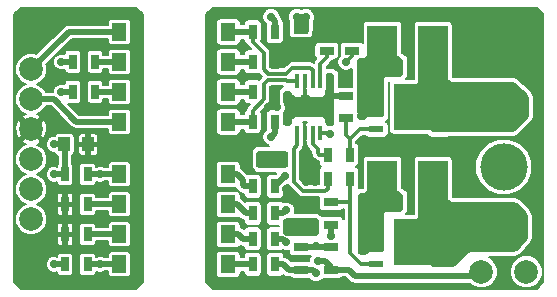
<source format=gbr>
G04 #@! TF.FileFunction,Copper,L1,Top,Signal*
%FSLAX46Y46*%
G04 Gerber Fmt 4.6, Leading zero omitted, Abs format (unit mm)*
G04 Created by KiCad (PCBNEW 4.0.4-stable) date 10/09/16 21:09:13*
%MOMM*%
%LPD*%
G01*
G04 APERTURE LIST*
%ADD10C,0.100000*%
%ADD11C,0.700000*%
%ADD12R,0.400000X1.300000*%
%ADD13R,2.050000X1.750000*%
%ADD14R,0.700000X1.300000*%
%ADD15R,1.000000X1.250000*%
%ADD16R,1.250000X1.000000*%
%ADD17R,3.750000X3.910000*%
%ADD18R,1.270000X0.610000*%
%ADD19R,1.300000X0.700000*%
%ADD20R,1.300000X1.500000*%
%ADD21C,2.000000*%
%ADD22C,4.000000*%
%ADD23R,2.499360X2.301240*%
%ADD24C,0.500000*%
%ADD25C,0.300000*%
%ADD26C,0.200000*%
G04 APERTURE END LIST*
D10*
D11*
X149606000Y-108966000D03*
X149606000Y-109728000D03*
X150368000Y-108966000D03*
X150368000Y-109728000D03*
X151130000Y-108966000D03*
X151130000Y-109728000D03*
X143256000Y-98425000D03*
X142494000Y-98425000D03*
X141605000Y-113030000D03*
X141605000Y-113792000D03*
X144145000Y-114681000D03*
X144145000Y-113919000D03*
X144018000Y-112395000D03*
X143256000Y-112395000D03*
X144018000Y-111633000D03*
X143256000Y-111633000D03*
X140081000Y-106045000D03*
X140843000Y-106045000D03*
X141605000Y-100711000D03*
X141605000Y-101473000D03*
X141605000Y-102235000D03*
D12*
X144485000Y-108245000D03*
X144485000Y-103845000D03*
X143835000Y-108245000D03*
X143835000Y-103845000D03*
X143185000Y-108245000D03*
X143185000Y-103845000D03*
X142535000Y-108245000D03*
X142535000Y-103845000D03*
D13*
X143510000Y-106045000D03*
D11*
X141732000Y-116586000D03*
X141732000Y-115824000D03*
X144018000Y-115824000D03*
X145415000Y-116967000D03*
X144145000Y-117856000D03*
X139446000Y-110871000D03*
X139446000Y-110109000D03*
X140208000Y-110109000D03*
X140208000Y-110871000D03*
X145288000Y-103505000D03*
X145288000Y-104267000D03*
X151130000Y-113665000D03*
X150368000Y-113665000D03*
X149606000Y-113665000D03*
X151130000Y-114427000D03*
X150368000Y-114427000D03*
X149606000Y-114427000D03*
X147955000Y-106807000D03*
X148082000Y-118237000D03*
X148082000Y-117475000D03*
X148082000Y-116713000D03*
X148082000Y-115951000D03*
X148082000Y-115189000D03*
X148082000Y-113665000D03*
X148082000Y-114427000D03*
X148844000Y-114427000D03*
X148844000Y-113665000D03*
X147955000Y-102997000D03*
X147955000Y-102235000D03*
X148844000Y-102997000D03*
X149606000Y-102997000D03*
X150368000Y-102997000D03*
X151130000Y-102997000D03*
X151130000Y-102235000D03*
X150368000Y-102235000D03*
X149606000Y-102235000D03*
X148844000Y-102235000D03*
X147955000Y-106045000D03*
X147955000Y-103759000D03*
X147955000Y-104521000D03*
X147955000Y-105283000D03*
X145288000Y-107315000D03*
X145288000Y-106553000D03*
X145288000Y-105791000D03*
X145288000Y-105029000D03*
X141732000Y-107315000D03*
X141732000Y-106553000D03*
X141732000Y-105791000D03*
X141732000Y-105029000D03*
X141605000Y-114808000D03*
X141605000Y-117475000D03*
X144018000Y-116586000D03*
D14*
X124775000Y-119380000D03*
X122875000Y-119380000D03*
D15*
X124825000Y-109220000D03*
X122825000Y-109220000D03*
D16*
X142875000Y-101330000D03*
X142875000Y-99330000D03*
D15*
X143240000Y-110490000D03*
X141240000Y-110490000D03*
D16*
X142875000Y-114062000D03*
X142875000Y-116062000D03*
D17*
X152552000Y-106045000D03*
D18*
X154562000Y-104140000D03*
X154562000Y-105410000D03*
X154562000Y-106680000D03*
X154562000Y-107950000D03*
X149222000Y-107950000D03*
X149222000Y-106680000D03*
X149222000Y-105410000D03*
X149222000Y-104140000D03*
D17*
X152552000Y-117475000D03*
D18*
X154562000Y-115570000D03*
X154562000Y-116840000D03*
X154562000Y-118110000D03*
X154562000Y-119380000D03*
X149222000Y-119380000D03*
X149222000Y-118110000D03*
X149222000Y-116840000D03*
X149222000Y-115570000D03*
D14*
X123510000Y-102235000D03*
X125410000Y-102235000D03*
X122875000Y-114300000D03*
X124775000Y-114300000D03*
X124775000Y-111760000D03*
X122875000Y-111760000D03*
X123510000Y-104775000D03*
X125410000Y-104775000D03*
X122875000Y-116840000D03*
X124775000Y-116840000D03*
X138750000Y-102235000D03*
X140650000Y-102235000D03*
X140650000Y-99695000D03*
X138750000Y-99695000D03*
X138750000Y-115062000D03*
X140650000Y-115062000D03*
X138750000Y-104775000D03*
X140650000Y-104775000D03*
X140650000Y-107315000D03*
X138750000Y-107315000D03*
X138750000Y-117221000D03*
X140650000Y-117221000D03*
X138750000Y-119380000D03*
X140650000Y-119380000D03*
X138750000Y-112776000D03*
X140650000Y-112776000D03*
D19*
X145034000Y-99380000D03*
X145034000Y-101280000D03*
X145415000Y-119822000D03*
X145415000Y-117922000D03*
X142875000Y-119822000D03*
X142875000Y-117922000D03*
X147193000Y-99380000D03*
X147193000Y-101280000D03*
D14*
X147000000Y-110109000D03*
X145100000Y-110109000D03*
X147000000Y-112141000D03*
X145100000Y-112141000D03*
D19*
X146685000Y-105095000D03*
X146685000Y-106995000D03*
X145415000Y-116012000D03*
X145415000Y-114112000D03*
D20*
X136680000Y-99695000D03*
X136680000Y-102235000D03*
X136680000Y-104775000D03*
X136680000Y-107315000D03*
X127480000Y-107315000D03*
X127480000Y-104775000D03*
X127480000Y-102235000D03*
X127480000Y-99695000D03*
X127480000Y-119380000D03*
X127480000Y-116840000D03*
X127480000Y-114300000D03*
X127480000Y-111760000D03*
X136680000Y-111760000D03*
X136680000Y-114300000D03*
X136680000Y-116840000D03*
X136680000Y-119380000D03*
D21*
X120015000Y-107950000D03*
X120015000Y-115570000D03*
X120015000Y-110490000D03*
X120015000Y-113030000D03*
X120015000Y-102870000D03*
X120015000Y-105410000D03*
X161925000Y-120015000D03*
X158115000Y-120015000D03*
D22*
X160020000Y-106045000D03*
X160020000Y-116205000D03*
X160020000Y-100965000D03*
X160020000Y-111125000D03*
D23*
X154040840Y-111760000D03*
X149743160Y-111760000D03*
X154040840Y-100330000D03*
X149743160Y-100330000D03*
D11*
X122555000Y-104775000D03*
X122555000Y-102235000D03*
X121920000Y-109220000D03*
X121920000Y-111760000D03*
X121920000Y-119380000D03*
X140335000Y-98425000D03*
X140335000Y-108585000D03*
X125857000Y-111760000D03*
X125857000Y-119380000D03*
X144145000Y-120142000D03*
X141478000Y-111887000D03*
X144272000Y-119126000D03*
X146685000Y-102235000D03*
X145288000Y-108331000D03*
D24*
X123510000Y-104775000D02*
X122555000Y-104775000D01*
X123510000Y-102235000D02*
X122555000Y-102235000D01*
X122825000Y-109220000D02*
X121920000Y-109220000D01*
X122875000Y-111760000D02*
X122875000Y-109270000D01*
X122875000Y-109270000D02*
X122825000Y-109220000D01*
X122875000Y-111760000D02*
X121920000Y-111760000D01*
X122875000Y-119380000D02*
X121920000Y-119380000D01*
X145415000Y-116012000D02*
X145415000Y-116967000D01*
X145415000Y-117922000D02*
X144211000Y-117922000D01*
X144211000Y-117922000D02*
X144145000Y-117856000D01*
X142875000Y-117922000D02*
X144079000Y-117922000D01*
X144079000Y-117922000D02*
X144145000Y-117856000D01*
X140650000Y-117221000D02*
X141351000Y-117221000D01*
X141351000Y-117221000D02*
X141605000Y-117475000D01*
X140650000Y-115062000D02*
X141351000Y-115062000D01*
X141351000Y-115062000D02*
X141605000Y-114808000D01*
X146685000Y-105095000D02*
X145354000Y-105095000D01*
X145354000Y-105095000D02*
X145288000Y-105029000D01*
X140650000Y-99695000D02*
X140650000Y-98740000D01*
X140650000Y-98740000D02*
X140335000Y-98425000D01*
X140650000Y-107315000D02*
X140650000Y-108270000D01*
X140650000Y-108270000D02*
X140335000Y-108585000D01*
D25*
X146685000Y-106995000D02*
X146685000Y-108463000D01*
X146685000Y-108463000D02*
X147000000Y-108778000D01*
X147000000Y-110109000D02*
X147000000Y-108778000D01*
X147828000Y-107950000D02*
X149222000Y-107950000D01*
X147000000Y-108778000D02*
X147828000Y-107950000D01*
X145415000Y-114112000D02*
X147000000Y-114112000D01*
X146939000Y-114173000D02*
X147000000Y-114173000D01*
X147000000Y-114112000D02*
X146939000Y-114173000D01*
X147000000Y-112141000D02*
X147000000Y-114173000D01*
X147000000Y-114173000D02*
X147000000Y-118425000D01*
X147955000Y-119380000D02*
X149222000Y-119380000D01*
X147000000Y-118425000D02*
X147955000Y-119380000D01*
X148590000Y-119380000D02*
X149222000Y-119380000D01*
D24*
X127480000Y-102235000D02*
X125410000Y-102235000D01*
X127480000Y-114300000D02*
X124775000Y-114300000D01*
X127480000Y-111760000D02*
X125857000Y-111760000D01*
X125857000Y-111760000D02*
X124775000Y-111760000D01*
X127480000Y-104775000D02*
X125410000Y-104775000D01*
X127480000Y-116840000D02*
X124775000Y-116840000D01*
X127480000Y-119380000D02*
X125857000Y-119380000D01*
X125857000Y-119380000D02*
X124775000Y-119380000D01*
X136680000Y-102235000D02*
X138750000Y-102235000D01*
D25*
X143835000Y-103845000D02*
X143835000Y-102941000D01*
X138750000Y-100523000D02*
X138750000Y-99695000D01*
X139700000Y-101473000D02*
X138750000Y-100523000D01*
X139700000Y-102870000D02*
X139700000Y-101473000D01*
X140081000Y-103251000D02*
X139700000Y-102870000D01*
X141612998Y-103251000D02*
X140081000Y-103251000D01*
X142120998Y-102743000D02*
X141612998Y-103251000D01*
X143637000Y-102743000D02*
X142120998Y-102743000D01*
X143835000Y-102941000D02*
X143637000Y-102743000D01*
D24*
X136680000Y-99695000D02*
X138750000Y-99695000D01*
X136680000Y-114300000D02*
X137414000Y-114300000D01*
X138176000Y-115062000D02*
X138750000Y-115062000D01*
X137414000Y-114300000D02*
X138176000Y-115062000D01*
X136680000Y-104775000D02*
X138750000Y-104775000D01*
D25*
X142535000Y-103845000D02*
X141691000Y-103845000D01*
X138750000Y-106360000D02*
X138750000Y-107315000D01*
X139700000Y-105410000D02*
X138750000Y-106360000D01*
X139700000Y-104140000D02*
X139700000Y-105410000D01*
X140081000Y-103759000D02*
X139700000Y-104140000D01*
X141605000Y-103759000D02*
X140081000Y-103759000D01*
X141691000Y-103845000D02*
X141605000Y-103759000D01*
D24*
X136680000Y-107315000D02*
X138750000Y-107315000D01*
X136680000Y-116840000D02*
X137541000Y-116840000D01*
X137922000Y-117221000D02*
X138750000Y-117221000D01*
X137541000Y-116840000D02*
X137922000Y-117221000D01*
X136680000Y-119380000D02*
X138750000Y-119380000D01*
X142875000Y-119822000D02*
X143825000Y-119822000D01*
X143825000Y-119822000D02*
X144145000Y-120142000D01*
X140650000Y-119380000D02*
X141351000Y-119380000D01*
X141793000Y-119822000D02*
X142875000Y-119822000D01*
X141351000Y-119380000D02*
X141793000Y-119822000D01*
X136680000Y-111760000D02*
X137414000Y-111760000D01*
X138049000Y-112776000D02*
X138750000Y-112776000D01*
X137922000Y-112649000D02*
X138049000Y-112776000D01*
X137922000Y-112268000D02*
X137922000Y-112649000D01*
X137414000Y-111760000D02*
X137922000Y-112268000D01*
X145415000Y-119822000D02*
X145415000Y-119634000D01*
X145415000Y-119634000D02*
X144907000Y-119126000D01*
X141478000Y-111887000D02*
X140650000Y-112715000D01*
X144907000Y-119126000D02*
X144272000Y-119126000D01*
X140650000Y-112715000D02*
X140650000Y-112776000D01*
X140650000Y-112776000D02*
X140650000Y-112588000D01*
X145415000Y-119822000D02*
X146873000Y-119822000D01*
X147447000Y-120396000D02*
X157734000Y-120396000D01*
X146873000Y-119822000D02*
X147447000Y-120396000D01*
X157734000Y-120396000D02*
X158115000Y-120015000D01*
X140650000Y-112776000D02*
X140650000Y-112715000D01*
D25*
X144485000Y-103845000D02*
X144485000Y-102403000D01*
X145034000Y-101854000D02*
X145034000Y-101280000D01*
X144485000Y-102403000D02*
X145034000Y-101854000D01*
X144485000Y-108245000D02*
X145202000Y-108245000D01*
X147193000Y-101727000D02*
X147193000Y-101280000D01*
X146685000Y-102235000D02*
X147193000Y-101727000D01*
X145202000Y-108245000D02*
X145288000Y-108331000D01*
X143835000Y-108245000D02*
X143835000Y-109164000D01*
X144399000Y-110109000D02*
X145100000Y-110109000D01*
X144272000Y-109982000D02*
X144399000Y-110109000D01*
X144272000Y-109601000D02*
X144272000Y-109982000D01*
X143835000Y-109164000D02*
X144272000Y-109601000D01*
X142240000Y-109601000D02*
X142240000Y-112395000D01*
X142535000Y-109306000D02*
X142240000Y-109601000D01*
X142535000Y-108245000D02*
X142535000Y-109306000D01*
X145100000Y-112964000D02*
X145100000Y-112141000D01*
X144907000Y-113157000D02*
X145100000Y-112964000D01*
X143002000Y-113157000D02*
X144907000Y-113157000D01*
X142240000Y-112395000D02*
X143002000Y-113157000D01*
X145100000Y-112202000D02*
X145100000Y-112141000D01*
D24*
X127480000Y-107315000D02*
X123825000Y-107315000D01*
X121920000Y-105410000D02*
X120015000Y-105410000D01*
X123825000Y-107315000D02*
X121920000Y-105410000D01*
X127480000Y-99695000D02*
X123190000Y-99695000D01*
X123190000Y-99695000D02*
X120015000Y-102870000D01*
D26*
G36*
X129440000Y-98177422D02*
X129440000Y-120897578D01*
X128898578Y-121439000D01*
X119132422Y-121439000D01*
X118591000Y-120897578D01*
X118591000Y-119518628D01*
X121219879Y-119518628D01*
X121326223Y-119776000D01*
X121522964Y-119973085D01*
X121780150Y-120079878D01*
X122058628Y-120080121D01*
X122168994Y-120034519D01*
X122192549Y-120159702D01*
X122269203Y-120278825D01*
X122386163Y-120358741D01*
X122525000Y-120386856D01*
X123225000Y-120386856D01*
X123354702Y-120362451D01*
X123473825Y-120285797D01*
X123553741Y-120168837D01*
X123581856Y-120030000D01*
X123581856Y-118730000D01*
X124068144Y-118730000D01*
X124068144Y-120030000D01*
X124092549Y-120159702D01*
X124169203Y-120278825D01*
X124286163Y-120358741D01*
X124425000Y-120386856D01*
X125125000Y-120386856D01*
X125254702Y-120362451D01*
X125373825Y-120285797D01*
X125453741Y-120168837D01*
X125481856Y-120030000D01*
X125481856Y-119982175D01*
X125717150Y-120079878D01*
X125995628Y-120080121D01*
X126237939Y-119980000D01*
X126473144Y-119980000D01*
X126473144Y-120130000D01*
X126497549Y-120259702D01*
X126574203Y-120378825D01*
X126691163Y-120458741D01*
X126830000Y-120486856D01*
X128130000Y-120486856D01*
X128259702Y-120462451D01*
X128378825Y-120385797D01*
X128458741Y-120268837D01*
X128486856Y-120130000D01*
X128486856Y-118630000D01*
X128462451Y-118500298D01*
X128385797Y-118381175D01*
X128268837Y-118301259D01*
X128130000Y-118273144D01*
X126830000Y-118273144D01*
X126700298Y-118297549D01*
X126581175Y-118374203D01*
X126501259Y-118491163D01*
X126473144Y-118630000D01*
X126473144Y-118780000D01*
X126237383Y-118780000D01*
X125996850Y-118680122D01*
X125718372Y-118679879D01*
X125481856Y-118777605D01*
X125481856Y-118730000D01*
X125457451Y-118600298D01*
X125380797Y-118481175D01*
X125263837Y-118401259D01*
X125125000Y-118373144D01*
X124425000Y-118373144D01*
X124295298Y-118397549D01*
X124176175Y-118474203D01*
X124096259Y-118591163D01*
X124068144Y-118730000D01*
X123581856Y-118730000D01*
X123557451Y-118600298D01*
X123480797Y-118481175D01*
X123363837Y-118401259D01*
X123225000Y-118373144D01*
X122525000Y-118373144D01*
X122395298Y-118397549D01*
X122276175Y-118474203D01*
X122196259Y-118591163D01*
X122169061Y-118725470D01*
X122059850Y-118680122D01*
X121781372Y-118679879D01*
X121524000Y-118786223D01*
X121326915Y-118982964D01*
X121220122Y-119240150D01*
X121219879Y-119518628D01*
X118591000Y-119518628D01*
X118591000Y-117081500D01*
X122175000Y-117081500D01*
X122175000Y-117559620D01*
X122228285Y-117688259D01*
X122326741Y-117786716D01*
X122455381Y-117840000D01*
X122633500Y-117840000D01*
X122721000Y-117752500D01*
X122721000Y-116994000D01*
X123029000Y-116994000D01*
X123029000Y-117752500D01*
X123116500Y-117840000D01*
X123294619Y-117840000D01*
X123423259Y-117786716D01*
X123521715Y-117688259D01*
X123575000Y-117559620D01*
X123575000Y-117081500D01*
X123487500Y-116994000D01*
X123029000Y-116994000D01*
X122721000Y-116994000D01*
X122262500Y-116994000D01*
X122175000Y-117081500D01*
X118591000Y-117081500D01*
X118591000Y-110757353D01*
X118664766Y-110757353D01*
X118869858Y-111253715D01*
X119249288Y-111633807D01*
X119553330Y-111760056D01*
X119251285Y-111884858D01*
X118871193Y-112264288D01*
X118665235Y-112760290D01*
X118664766Y-113297353D01*
X118869858Y-113793715D01*
X119249288Y-114173807D01*
X119553330Y-114300056D01*
X119251285Y-114424858D01*
X118871193Y-114804288D01*
X118665235Y-115300290D01*
X118664766Y-115837353D01*
X118869858Y-116333715D01*
X119249288Y-116713807D01*
X119745290Y-116919765D01*
X120282353Y-116920234D01*
X120778715Y-116715142D01*
X121158807Y-116335712D01*
X121248220Y-116120380D01*
X122175000Y-116120380D01*
X122175000Y-116598500D01*
X122262500Y-116686000D01*
X122721000Y-116686000D01*
X122721000Y-115927500D01*
X123029000Y-115927500D01*
X123029000Y-116686000D01*
X123487500Y-116686000D01*
X123575000Y-116598500D01*
X123575000Y-116190000D01*
X124068144Y-116190000D01*
X124068144Y-117490000D01*
X124092549Y-117619702D01*
X124169203Y-117738825D01*
X124286163Y-117818741D01*
X124425000Y-117846856D01*
X125125000Y-117846856D01*
X125254702Y-117822451D01*
X125373825Y-117745797D01*
X125453741Y-117628837D01*
X125481856Y-117490000D01*
X125481856Y-117440000D01*
X126473144Y-117440000D01*
X126473144Y-117590000D01*
X126497549Y-117719702D01*
X126574203Y-117838825D01*
X126691163Y-117918741D01*
X126830000Y-117946856D01*
X128130000Y-117946856D01*
X128259702Y-117922451D01*
X128378825Y-117845797D01*
X128458741Y-117728837D01*
X128486856Y-117590000D01*
X128486856Y-116090000D01*
X128462451Y-115960298D01*
X128385797Y-115841175D01*
X128268837Y-115761259D01*
X128130000Y-115733144D01*
X126830000Y-115733144D01*
X126700298Y-115757549D01*
X126581175Y-115834203D01*
X126501259Y-115951163D01*
X126473144Y-116090000D01*
X126473144Y-116240000D01*
X125481856Y-116240000D01*
X125481856Y-116190000D01*
X125457451Y-116060298D01*
X125380797Y-115941175D01*
X125263837Y-115861259D01*
X125125000Y-115833144D01*
X124425000Y-115833144D01*
X124295298Y-115857549D01*
X124176175Y-115934203D01*
X124096259Y-116051163D01*
X124068144Y-116190000D01*
X123575000Y-116190000D01*
X123575000Y-116120380D01*
X123521715Y-115991741D01*
X123423259Y-115893284D01*
X123294619Y-115840000D01*
X123116500Y-115840000D01*
X123029000Y-115927500D01*
X122721000Y-115927500D01*
X122633500Y-115840000D01*
X122455381Y-115840000D01*
X122326741Y-115893284D01*
X122228285Y-115991741D01*
X122175000Y-116120380D01*
X121248220Y-116120380D01*
X121364765Y-115839710D01*
X121365234Y-115302647D01*
X121160142Y-114806285D01*
X120895819Y-114541500D01*
X122175000Y-114541500D01*
X122175000Y-115019620D01*
X122228285Y-115148259D01*
X122326741Y-115246716D01*
X122455381Y-115300000D01*
X122633500Y-115300000D01*
X122721000Y-115212500D01*
X122721000Y-114454000D01*
X123029000Y-114454000D01*
X123029000Y-115212500D01*
X123116500Y-115300000D01*
X123294619Y-115300000D01*
X123423259Y-115246716D01*
X123521715Y-115148259D01*
X123575000Y-115019620D01*
X123575000Y-114541500D01*
X123487500Y-114454000D01*
X123029000Y-114454000D01*
X122721000Y-114454000D01*
X122262500Y-114454000D01*
X122175000Y-114541500D01*
X120895819Y-114541500D01*
X120780712Y-114426193D01*
X120476670Y-114299944D01*
X120778715Y-114175142D01*
X121158807Y-113795712D01*
X121248220Y-113580380D01*
X122175000Y-113580380D01*
X122175000Y-114058500D01*
X122262500Y-114146000D01*
X122721000Y-114146000D01*
X122721000Y-113387500D01*
X123029000Y-113387500D01*
X123029000Y-114146000D01*
X123487500Y-114146000D01*
X123575000Y-114058500D01*
X123575000Y-113650000D01*
X124068144Y-113650000D01*
X124068144Y-114950000D01*
X124092549Y-115079702D01*
X124169203Y-115198825D01*
X124286163Y-115278741D01*
X124425000Y-115306856D01*
X125125000Y-115306856D01*
X125254702Y-115282451D01*
X125373825Y-115205797D01*
X125453741Y-115088837D01*
X125481856Y-114950000D01*
X125481856Y-114900000D01*
X126473144Y-114900000D01*
X126473144Y-115050000D01*
X126497549Y-115179702D01*
X126574203Y-115298825D01*
X126691163Y-115378741D01*
X126830000Y-115406856D01*
X128130000Y-115406856D01*
X128259702Y-115382451D01*
X128378825Y-115305797D01*
X128458741Y-115188837D01*
X128486856Y-115050000D01*
X128486856Y-113550000D01*
X128462451Y-113420298D01*
X128385797Y-113301175D01*
X128268837Y-113221259D01*
X128130000Y-113193144D01*
X126830000Y-113193144D01*
X126700298Y-113217549D01*
X126581175Y-113294203D01*
X126501259Y-113411163D01*
X126473144Y-113550000D01*
X126473144Y-113700000D01*
X125481856Y-113700000D01*
X125481856Y-113650000D01*
X125457451Y-113520298D01*
X125380797Y-113401175D01*
X125263837Y-113321259D01*
X125125000Y-113293144D01*
X124425000Y-113293144D01*
X124295298Y-113317549D01*
X124176175Y-113394203D01*
X124096259Y-113511163D01*
X124068144Y-113650000D01*
X123575000Y-113650000D01*
X123575000Y-113580380D01*
X123521715Y-113451741D01*
X123423259Y-113353284D01*
X123294619Y-113300000D01*
X123116500Y-113300000D01*
X123029000Y-113387500D01*
X122721000Y-113387500D01*
X122633500Y-113300000D01*
X122455381Y-113300000D01*
X122326741Y-113353284D01*
X122228285Y-113451741D01*
X122175000Y-113580380D01*
X121248220Y-113580380D01*
X121364765Y-113299710D01*
X121365234Y-112762647D01*
X121160142Y-112266285D01*
X120780712Y-111886193D01*
X120476670Y-111759944D01*
X120778715Y-111635142D01*
X121158807Y-111255712D01*
X121364765Y-110759710D01*
X121365234Y-110222647D01*
X121160142Y-109726285D01*
X120793126Y-109358628D01*
X121219879Y-109358628D01*
X121326223Y-109616000D01*
X121522964Y-109813085D01*
X121780150Y-109919878D01*
X121982266Y-109920054D01*
X121992549Y-109974702D01*
X122069203Y-110093825D01*
X122186163Y-110173741D01*
X122275000Y-110191731D01*
X122275000Y-110855923D01*
X122196259Y-110971163D01*
X122169061Y-111105470D01*
X122059850Y-111060122D01*
X121781372Y-111059879D01*
X121524000Y-111166223D01*
X121326915Y-111362964D01*
X121220122Y-111620150D01*
X121219879Y-111898628D01*
X121326223Y-112156000D01*
X121522964Y-112353085D01*
X121780150Y-112459878D01*
X122058628Y-112460121D01*
X122168994Y-112414519D01*
X122192549Y-112539702D01*
X122269203Y-112658825D01*
X122386163Y-112738741D01*
X122525000Y-112766856D01*
X123225000Y-112766856D01*
X123354702Y-112742451D01*
X123473825Y-112665797D01*
X123553741Y-112548837D01*
X123581856Y-112410000D01*
X123581856Y-111110000D01*
X124068144Y-111110000D01*
X124068144Y-112410000D01*
X124092549Y-112539702D01*
X124169203Y-112658825D01*
X124286163Y-112738741D01*
X124425000Y-112766856D01*
X125125000Y-112766856D01*
X125254702Y-112742451D01*
X125373825Y-112665797D01*
X125453741Y-112548837D01*
X125481856Y-112410000D01*
X125481856Y-112362175D01*
X125717150Y-112459878D01*
X125995628Y-112460121D01*
X126237939Y-112360000D01*
X126473144Y-112360000D01*
X126473144Y-112510000D01*
X126497549Y-112639702D01*
X126574203Y-112758825D01*
X126691163Y-112838741D01*
X126830000Y-112866856D01*
X128130000Y-112866856D01*
X128259702Y-112842451D01*
X128378825Y-112765797D01*
X128458741Y-112648837D01*
X128486856Y-112510000D01*
X128486856Y-111010000D01*
X128462451Y-110880298D01*
X128385797Y-110761175D01*
X128268837Y-110681259D01*
X128130000Y-110653144D01*
X126830000Y-110653144D01*
X126700298Y-110677549D01*
X126581175Y-110754203D01*
X126501259Y-110871163D01*
X126473144Y-111010000D01*
X126473144Y-111160000D01*
X126237383Y-111160000D01*
X125996850Y-111060122D01*
X125718372Y-111059879D01*
X125481856Y-111157605D01*
X125481856Y-111110000D01*
X125457451Y-110980298D01*
X125380797Y-110861175D01*
X125263837Y-110781259D01*
X125125000Y-110753144D01*
X124425000Y-110753144D01*
X124295298Y-110777549D01*
X124176175Y-110854203D01*
X124096259Y-110971163D01*
X124068144Y-111110000D01*
X123581856Y-111110000D01*
X123557451Y-110980298D01*
X123480797Y-110861175D01*
X123475000Y-110857214D01*
X123475000Y-110164390D01*
X123573825Y-110100797D01*
X123653741Y-109983837D01*
X123681856Y-109845000D01*
X123681856Y-109461500D01*
X123975000Y-109461500D01*
X123975000Y-109914620D01*
X124028285Y-110043259D01*
X124126741Y-110141716D01*
X124255381Y-110195000D01*
X124583500Y-110195000D01*
X124671000Y-110107500D01*
X124671000Y-109374000D01*
X124979000Y-109374000D01*
X124979000Y-110107500D01*
X125066500Y-110195000D01*
X125394619Y-110195000D01*
X125523259Y-110141716D01*
X125621715Y-110043259D01*
X125675000Y-109914620D01*
X125675000Y-109461500D01*
X125587500Y-109374000D01*
X124979000Y-109374000D01*
X124671000Y-109374000D01*
X124062500Y-109374000D01*
X123975000Y-109461500D01*
X123681856Y-109461500D01*
X123681856Y-108595000D01*
X123668757Y-108525380D01*
X123975000Y-108525380D01*
X123975000Y-108978500D01*
X124062500Y-109066000D01*
X124671000Y-109066000D01*
X124671000Y-108332500D01*
X124979000Y-108332500D01*
X124979000Y-109066000D01*
X125587500Y-109066000D01*
X125675000Y-108978500D01*
X125675000Y-108525380D01*
X125621715Y-108396741D01*
X125523259Y-108298284D01*
X125394619Y-108245000D01*
X125066500Y-108245000D01*
X124979000Y-108332500D01*
X124671000Y-108332500D01*
X124583500Y-108245000D01*
X124255381Y-108245000D01*
X124126741Y-108298284D01*
X124028285Y-108396741D01*
X123975000Y-108525380D01*
X123668757Y-108525380D01*
X123657451Y-108465298D01*
X123580797Y-108346175D01*
X123463837Y-108266259D01*
X123325000Y-108238144D01*
X122325000Y-108238144D01*
X122195298Y-108262549D01*
X122076175Y-108339203D01*
X121996259Y-108456163D01*
X121983321Y-108520055D01*
X121781372Y-108519879D01*
X121524000Y-108626223D01*
X121326915Y-108822964D01*
X121220122Y-109080150D01*
X121219879Y-109358628D01*
X120793126Y-109358628D01*
X120780712Y-109346193D01*
X120497569Y-109228622D01*
X120694387Y-109147097D01*
X120811001Y-108963790D01*
X120015000Y-108167789D01*
X119218999Y-108963790D01*
X119335613Y-109147097D01*
X119554466Y-109219586D01*
X119251285Y-109344858D01*
X118871193Y-109724288D01*
X118665235Y-110220290D01*
X118664766Y-110757353D01*
X118591000Y-110757353D01*
X118591000Y-107780437D01*
X118649037Y-107780437D01*
X118688125Y-108316076D01*
X118817903Y-108629387D01*
X119001210Y-108746001D01*
X119797211Y-107950000D01*
X120232789Y-107950000D01*
X121028790Y-108746001D01*
X121212097Y-108629387D01*
X121380963Y-108119563D01*
X121341875Y-107583924D01*
X121212097Y-107270613D01*
X121028790Y-107153999D01*
X120232789Y-107950000D01*
X119797211Y-107950000D01*
X119001210Y-107153999D01*
X118817903Y-107270613D01*
X118649037Y-107780437D01*
X118591000Y-107780437D01*
X118591000Y-103137353D01*
X118664766Y-103137353D01*
X118869858Y-103633715D01*
X119249288Y-104013807D01*
X119553330Y-104140056D01*
X119251285Y-104264858D01*
X118871193Y-104644288D01*
X118665235Y-105140290D01*
X118664766Y-105677353D01*
X118869858Y-106173715D01*
X119249288Y-106553807D01*
X119532431Y-106671378D01*
X119335613Y-106752903D01*
X119218999Y-106936210D01*
X120015000Y-107732211D01*
X120811001Y-106936210D01*
X120694387Y-106752903D01*
X120475534Y-106680414D01*
X120778715Y-106555142D01*
X121158807Y-106175712D01*
X121227617Y-106010000D01*
X121671472Y-106010000D01*
X123400736Y-107739264D01*
X123595390Y-107869328D01*
X123825000Y-107915000D01*
X126473144Y-107915000D01*
X126473144Y-108065000D01*
X126497549Y-108194702D01*
X126574203Y-108313825D01*
X126691163Y-108393741D01*
X126830000Y-108421856D01*
X128130000Y-108421856D01*
X128259702Y-108397451D01*
X128378825Y-108320797D01*
X128458741Y-108203837D01*
X128486856Y-108065000D01*
X128486856Y-106565000D01*
X128462451Y-106435298D01*
X128385797Y-106316175D01*
X128268837Y-106236259D01*
X128130000Y-106208144D01*
X126830000Y-106208144D01*
X126700298Y-106232549D01*
X126581175Y-106309203D01*
X126501259Y-106426163D01*
X126473144Y-106565000D01*
X126473144Y-106715000D01*
X124073528Y-106715000D01*
X123135403Y-105776875D01*
X123160000Y-105781856D01*
X123860000Y-105781856D01*
X123989702Y-105757451D01*
X124108825Y-105680797D01*
X124188741Y-105563837D01*
X124216856Y-105425000D01*
X124216856Y-104125000D01*
X124703144Y-104125000D01*
X124703144Y-105425000D01*
X124727549Y-105554702D01*
X124804203Y-105673825D01*
X124921163Y-105753741D01*
X125060000Y-105781856D01*
X125760000Y-105781856D01*
X125889702Y-105757451D01*
X126008825Y-105680797D01*
X126088741Y-105563837D01*
X126116856Y-105425000D01*
X126116856Y-105375000D01*
X126473144Y-105375000D01*
X126473144Y-105525000D01*
X126497549Y-105654702D01*
X126574203Y-105773825D01*
X126691163Y-105853741D01*
X126830000Y-105881856D01*
X128130000Y-105881856D01*
X128259702Y-105857451D01*
X128378825Y-105780797D01*
X128458741Y-105663837D01*
X128486856Y-105525000D01*
X128486856Y-104025000D01*
X128462451Y-103895298D01*
X128385797Y-103776175D01*
X128268837Y-103696259D01*
X128130000Y-103668144D01*
X126830000Y-103668144D01*
X126700298Y-103692549D01*
X126581175Y-103769203D01*
X126501259Y-103886163D01*
X126473144Y-104025000D01*
X126473144Y-104175000D01*
X126116856Y-104175000D01*
X126116856Y-104125000D01*
X126092451Y-103995298D01*
X126015797Y-103876175D01*
X125898837Y-103796259D01*
X125760000Y-103768144D01*
X125060000Y-103768144D01*
X124930298Y-103792549D01*
X124811175Y-103869203D01*
X124731259Y-103986163D01*
X124703144Y-104125000D01*
X124216856Y-104125000D01*
X124192451Y-103995298D01*
X124115797Y-103876175D01*
X123998837Y-103796259D01*
X123860000Y-103768144D01*
X123160000Y-103768144D01*
X123030298Y-103792549D01*
X122911175Y-103869203D01*
X122831259Y-103986163D01*
X122804061Y-104120470D01*
X122694850Y-104075122D01*
X122416372Y-104074879D01*
X122159000Y-104181223D01*
X121961915Y-104377964D01*
X121855122Y-104635150D01*
X121854969Y-104810000D01*
X121227787Y-104810000D01*
X121160142Y-104646285D01*
X120780712Y-104266193D01*
X120476670Y-104139944D01*
X120778715Y-104015142D01*
X121158807Y-103635712D01*
X121364765Y-103139710D01*
X121365234Y-102602647D01*
X121296714Y-102436814D01*
X121359900Y-102373628D01*
X121854879Y-102373628D01*
X121961223Y-102631000D01*
X122157964Y-102828085D01*
X122415150Y-102934878D01*
X122693628Y-102935121D01*
X122803994Y-102889519D01*
X122827549Y-103014702D01*
X122904203Y-103133825D01*
X123021163Y-103213741D01*
X123160000Y-103241856D01*
X123860000Y-103241856D01*
X123989702Y-103217451D01*
X124108825Y-103140797D01*
X124188741Y-103023837D01*
X124216856Y-102885000D01*
X124216856Y-101585000D01*
X124703144Y-101585000D01*
X124703144Y-102885000D01*
X124727549Y-103014702D01*
X124804203Y-103133825D01*
X124921163Y-103213741D01*
X125060000Y-103241856D01*
X125760000Y-103241856D01*
X125889702Y-103217451D01*
X126008825Y-103140797D01*
X126088741Y-103023837D01*
X126116856Y-102885000D01*
X126116856Y-102835000D01*
X126473144Y-102835000D01*
X126473144Y-102985000D01*
X126497549Y-103114702D01*
X126574203Y-103233825D01*
X126691163Y-103313741D01*
X126830000Y-103341856D01*
X128130000Y-103341856D01*
X128259702Y-103317451D01*
X128378825Y-103240797D01*
X128458741Y-103123837D01*
X128486856Y-102985000D01*
X128486856Y-101485000D01*
X128462451Y-101355298D01*
X128385797Y-101236175D01*
X128268837Y-101156259D01*
X128130000Y-101128144D01*
X126830000Y-101128144D01*
X126700298Y-101152549D01*
X126581175Y-101229203D01*
X126501259Y-101346163D01*
X126473144Y-101485000D01*
X126473144Y-101635000D01*
X126116856Y-101635000D01*
X126116856Y-101585000D01*
X126092451Y-101455298D01*
X126015797Y-101336175D01*
X125898837Y-101256259D01*
X125760000Y-101228144D01*
X125060000Y-101228144D01*
X124930298Y-101252549D01*
X124811175Y-101329203D01*
X124731259Y-101446163D01*
X124703144Y-101585000D01*
X124216856Y-101585000D01*
X124192451Y-101455298D01*
X124115797Y-101336175D01*
X123998837Y-101256259D01*
X123860000Y-101228144D01*
X123160000Y-101228144D01*
X123030298Y-101252549D01*
X122911175Y-101329203D01*
X122831259Y-101446163D01*
X122804061Y-101580470D01*
X122694850Y-101535122D01*
X122416372Y-101534879D01*
X122159000Y-101641223D01*
X121961915Y-101837964D01*
X121855122Y-102095150D01*
X121854879Y-102373628D01*
X121359900Y-102373628D01*
X123438528Y-100295000D01*
X126473144Y-100295000D01*
X126473144Y-100445000D01*
X126497549Y-100574702D01*
X126574203Y-100693825D01*
X126691163Y-100773741D01*
X126830000Y-100801856D01*
X128130000Y-100801856D01*
X128259702Y-100777451D01*
X128378825Y-100700797D01*
X128458741Y-100583837D01*
X128486856Y-100445000D01*
X128486856Y-98945000D01*
X128462451Y-98815298D01*
X128385797Y-98696175D01*
X128268837Y-98616259D01*
X128130000Y-98588144D01*
X126830000Y-98588144D01*
X126700298Y-98612549D01*
X126581175Y-98689203D01*
X126501259Y-98806163D01*
X126473144Y-98945000D01*
X126473144Y-99095000D01*
X123190000Y-99095000D01*
X122960390Y-99140672D01*
X122765736Y-99270736D01*
X120448306Y-101588166D01*
X120284710Y-101520235D01*
X119747647Y-101519766D01*
X119251285Y-101724858D01*
X118871193Y-102104288D01*
X118665235Y-102600290D01*
X118664766Y-103137353D01*
X118591000Y-103137353D01*
X118591000Y-98177422D01*
X119132422Y-97636000D01*
X128898578Y-97636000D01*
X129440000Y-98177422D01*
X129440000Y-98177422D01*
G37*
X129440000Y-98177422D02*
X129440000Y-120897578D01*
X128898578Y-121439000D01*
X119132422Y-121439000D01*
X118591000Y-120897578D01*
X118591000Y-119518628D01*
X121219879Y-119518628D01*
X121326223Y-119776000D01*
X121522964Y-119973085D01*
X121780150Y-120079878D01*
X122058628Y-120080121D01*
X122168994Y-120034519D01*
X122192549Y-120159702D01*
X122269203Y-120278825D01*
X122386163Y-120358741D01*
X122525000Y-120386856D01*
X123225000Y-120386856D01*
X123354702Y-120362451D01*
X123473825Y-120285797D01*
X123553741Y-120168837D01*
X123581856Y-120030000D01*
X123581856Y-118730000D01*
X124068144Y-118730000D01*
X124068144Y-120030000D01*
X124092549Y-120159702D01*
X124169203Y-120278825D01*
X124286163Y-120358741D01*
X124425000Y-120386856D01*
X125125000Y-120386856D01*
X125254702Y-120362451D01*
X125373825Y-120285797D01*
X125453741Y-120168837D01*
X125481856Y-120030000D01*
X125481856Y-119982175D01*
X125717150Y-120079878D01*
X125995628Y-120080121D01*
X126237939Y-119980000D01*
X126473144Y-119980000D01*
X126473144Y-120130000D01*
X126497549Y-120259702D01*
X126574203Y-120378825D01*
X126691163Y-120458741D01*
X126830000Y-120486856D01*
X128130000Y-120486856D01*
X128259702Y-120462451D01*
X128378825Y-120385797D01*
X128458741Y-120268837D01*
X128486856Y-120130000D01*
X128486856Y-118630000D01*
X128462451Y-118500298D01*
X128385797Y-118381175D01*
X128268837Y-118301259D01*
X128130000Y-118273144D01*
X126830000Y-118273144D01*
X126700298Y-118297549D01*
X126581175Y-118374203D01*
X126501259Y-118491163D01*
X126473144Y-118630000D01*
X126473144Y-118780000D01*
X126237383Y-118780000D01*
X125996850Y-118680122D01*
X125718372Y-118679879D01*
X125481856Y-118777605D01*
X125481856Y-118730000D01*
X125457451Y-118600298D01*
X125380797Y-118481175D01*
X125263837Y-118401259D01*
X125125000Y-118373144D01*
X124425000Y-118373144D01*
X124295298Y-118397549D01*
X124176175Y-118474203D01*
X124096259Y-118591163D01*
X124068144Y-118730000D01*
X123581856Y-118730000D01*
X123557451Y-118600298D01*
X123480797Y-118481175D01*
X123363837Y-118401259D01*
X123225000Y-118373144D01*
X122525000Y-118373144D01*
X122395298Y-118397549D01*
X122276175Y-118474203D01*
X122196259Y-118591163D01*
X122169061Y-118725470D01*
X122059850Y-118680122D01*
X121781372Y-118679879D01*
X121524000Y-118786223D01*
X121326915Y-118982964D01*
X121220122Y-119240150D01*
X121219879Y-119518628D01*
X118591000Y-119518628D01*
X118591000Y-117081500D01*
X122175000Y-117081500D01*
X122175000Y-117559620D01*
X122228285Y-117688259D01*
X122326741Y-117786716D01*
X122455381Y-117840000D01*
X122633500Y-117840000D01*
X122721000Y-117752500D01*
X122721000Y-116994000D01*
X123029000Y-116994000D01*
X123029000Y-117752500D01*
X123116500Y-117840000D01*
X123294619Y-117840000D01*
X123423259Y-117786716D01*
X123521715Y-117688259D01*
X123575000Y-117559620D01*
X123575000Y-117081500D01*
X123487500Y-116994000D01*
X123029000Y-116994000D01*
X122721000Y-116994000D01*
X122262500Y-116994000D01*
X122175000Y-117081500D01*
X118591000Y-117081500D01*
X118591000Y-110757353D01*
X118664766Y-110757353D01*
X118869858Y-111253715D01*
X119249288Y-111633807D01*
X119553330Y-111760056D01*
X119251285Y-111884858D01*
X118871193Y-112264288D01*
X118665235Y-112760290D01*
X118664766Y-113297353D01*
X118869858Y-113793715D01*
X119249288Y-114173807D01*
X119553330Y-114300056D01*
X119251285Y-114424858D01*
X118871193Y-114804288D01*
X118665235Y-115300290D01*
X118664766Y-115837353D01*
X118869858Y-116333715D01*
X119249288Y-116713807D01*
X119745290Y-116919765D01*
X120282353Y-116920234D01*
X120778715Y-116715142D01*
X121158807Y-116335712D01*
X121248220Y-116120380D01*
X122175000Y-116120380D01*
X122175000Y-116598500D01*
X122262500Y-116686000D01*
X122721000Y-116686000D01*
X122721000Y-115927500D01*
X123029000Y-115927500D01*
X123029000Y-116686000D01*
X123487500Y-116686000D01*
X123575000Y-116598500D01*
X123575000Y-116190000D01*
X124068144Y-116190000D01*
X124068144Y-117490000D01*
X124092549Y-117619702D01*
X124169203Y-117738825D01*
X124286163Y-117818741D01*
X124425000Y-117846856D01*
X125125000Y-117846856D01*
X125254702Y-117822451D01*
X125373825Y-117745797D01*
X125453741Y-117628837D01*
X125481856Y-117490000D01*
X125481856Y-117440000D01*
X126473144Y-117440000D01*
X126473144Y-117590000D01*
X126497549Y-117719702D01*
X126574203Y-117838825D01*
X126691163Y-117918741D01*
X126830000Y-117946856D01*
X128130000Y-117946856D01*
X128259702Y-117922451D01*
X128378825Y-117845797D01*
X128458741Y-117728837D01*
X128486856Y-117590000D01*
X128486856Y-116090000D01*
X128462451Y-115960298D01*
X128385797Y-115841175D01*
X128268837Y-115761259D01*
X128130000Y-115733144D01*
X126830000Y-115733144D01*
X126700298Y-115757549D01*
X126581175Y-115834203D01*
X126501259Y-115951163D01*
X126473144Y-116090000D01*
X126473144Y-116240000D01*
X125481856Y-116240000D01*
X125481856Y-116190000D01*
X125457451Y-116060298D01*
X125380797Y-115941175D01*
X125263837Y-115861259D01*
X125125000Y-115833144D01*
X124425000Y-115833144D01*
X124295298Y-115857549D01*
X124176175Y-115934203D01*
X124096259Y-116051163D01*
X124068144Y-116190000D01*
X123575000Y-116190000D01*
X123575000Y-116120380D01*
X123521715Y-115991741D01*
X123423259Y-115893284D01*
X123294619Y-115840000D01*
X123116500Y-115840000D01*
X123029000Y-115927500D01*
X122721000Y-115927500D01*
X122633500Y-115840000D01*
X122455381Y-115840000D01*
X122326741Y-115893284D01*
X122228285Y-115991741D01*
X122175000Y-116120380D01*
X121248220Y-116120380D01*
X121364765Y-115839710D01*
X121365234Y-115302647D01*
X121160142Y-114806285D01*
X120895819Y-114541500D01*
X122175000Y-114541500D01*
X122175000Y-115019620D01*
X122228285Y-115148259D01*
X122326741Y-115246716D01*
X122455381Y-115300000D01*
X122633500Y-115300000D01*
X122721000Y-115212500D01*
X122721000Y-114454000D01*
X123029000Y-114454000D01*
X123029000Y-115212500D01*
X123116500Y-115300000D01*
X123294619Y-115300000D01*
X123423259Y-115246716D01*
X123521715Y-115148259D01*
X123575000Y-115019620D01*
X123575000Y-114541500D01*
X123487500Y-114454000D01*
X123029000Y-114454000D01*
X122721000Y-114454000D01*
X122262500Y-114454000D01*
X122175000Y-114541500D01*
X120895819Y-114541500D01*
X120780712Y-114426193D01*
X120476670Y-114299944D01*
X120778715Y-114175142D01*
X121158807Y-113795712D01*
X121248220Y-113580380D01*
X122175000Y-113580380D01*
X122175000Y-114058500D01*
X122262500Y-114146000D01*
X122721000Y-114146000D01*
X122721000Y-113387500D01*
X123029000Y-113387500D01*
X123029000Y-114146000D01*
X123487500Y-114146000D01*
X123575000Y-114058500D01*
X123575000Y-113650000D01*
X124068144Y-113650000D01*
X124068144Y-114950000D01*
X124092549Y-115079702D01*
X124169203Y-115198825D01*
X124286163Y-115278741D01*
X124425000Y-115306856D01*
X125125000Y-115306856D01*
X125254702Y-115282451D01*
X125373825Y-115205797D01*
X125453741Y-115088837D01*
X125481856Y-114950000D01*
X125481856Y-114900000D01*
X126473144Y-114900000D01*
X126473144Y-115050000D01*
X126497549Y-115179702D01*
X126574203Y-115298825D01*
X126691163Y-115378741D01*
X126830000Y-115406856D01*
X128130000Y-115406856D01*
X128259702Y-115382451D01*
X128378825Y-115305797D01*
X128458741Y-115188837D01*
X128486856Y-115050000D01*
X128486856Y-113550000D01*
X128462451Y-113420298D01*
X128385797Y-113301175D01*
X128268837Y-113221259D01*
X128130000Y-113193144D01*
X126830000Y-113193144D01*
X126700298Y-113217549D01*
X126581175Y-113294203D01*
X126501259Y-113411163D01*
X126473144Y-113550000D01*
X126473144Y-113700000D01*
X125481856Y-113700000D01*
X125481856Y-113650000D01*
X125457451Y-113520298D01*
X125380797Y-113401175D01*
X125263837Y-113321259D01*
X125125000Y-113293144D01*
X124425000Y-113293144D01*
X124295298Y-113317549D01*
X124176175Y-113394203D01*
X124096259Y-113511163D01*
X124068144Y-113650000D01*
X123575000Y-113650000D01*
X123575000Y-113580380D01*
X123521715Y-113451741D01*
X123423259Y-113353284D01*
X123294619Y-113300000D01*
X123116500Y-113300000D01*
X123029000Y-113387500D01*
X122721000Y-113387500D01*
X122633500Y-113300000D01*
X122455381Y-113300000D01*
X122326741Y-113353284D01*
X122228285Y-113451741D01*
X122175000Y-113580380D01*
X121248220Y-113580380D01*
X121364765Y-113299710D01*
X121365234Y-112762647D01*
X121160142Y-112266285D01*
X120780712Y-111886193D01*
X120476670Y-111759944D01*
X120778715Y-111635142D01*
X121158807Y-111255712D01*
X121364765Y-110759710D01*
X121365234Y-110222647D01*
X121160142Y-109726285D01*
X120793126Y-109358628D01*
X121219879Y-109358628D01*
X121326223Y-109616000D01*
X121522964Y-109813085D01*
X121780150Y-109919878D01*
X121982266Y-109920054D01*
X121992549Y-109974702D01*
X122069203Y-110093825D01*
X122186163Y-110173741D01*
X122275000Y-110191731D01*
X122275000Y-110855923D01*
X122196259Y-110971163D01*
X122169061Y-111105470D01*
X122059850Y-111060122D01*
X121781372Y-111059879D01*
X121524000Y-111166223D01*
X121326915Y-111362964D01*
X121220122Y-111620150D01*
X121219879Y-111898628D01*
X121326223Y-112156000D01*
X121522964Y-112353085D01*
X121780150Y-112459878D01*
X122058628Y-112460121D01*
X122168994Y-112414519D01*
X122192549Y-112539702D01*
X122269203Y-112658825D01*
X122386163Y-112738741D01*
X122525000Y-112766856D01*
X123225000Y-112766856D01*
X123354702Y-112742451D01*
X123473825Y-112665797D01*
X123553741Y-112548837D01*
X123581856Y-112410000D01*
X123581856Y-111110000D01*
X124068144Y-111110000D01*
X124068144Y-112410000D01*
X124092549Y-112539702D01*
X124169203Y-112658825D01*
X124286163Y-112738741D01*
X124425000Y-112766856D01*
X125125000Y-112766856D01*
X125254702Y-112742451D01*
X125373825Y-112665797D01*
X125453741Y-112548837D01*
X125481856Y-112410000D01*
X125481856Y-112362175D01*
X125717150Y-112459878D01*
X125995628Y-112460121D01*
X126237939Y-112360000D01*
X126473144Y-112360000D01*
X126473144Y-112510000D01*
X126497549Y-112639702D01*
X126574203Y-112758825D01*
X126691163Y-112838741D01*
X126830000Y-112866856D01*
X128130000Y-112866856D01*
X128259702Y-112842451D01*
X128378825Y-112765797D01*
X128458741Y-112648837D01*
X128486856Y-112510000D01*
X128486856Y-111010000D01*
X128462451Y-110880298D01*
X128385797Y-110761175D01*
X128268837Y-110681259D01*
X128130000Y-110653144D01*
X126830000Y-110653144D01*
X126700298Y-110677549D01*
X126581175Y-110754203D01*
X126501259Y-110871163D01*
X126473144Y-111010000D01*
X126473144Y-111160000D01*
X126237383Y-111160000D01*
X125996850Y-111060122D01*
X125718372Y-111059879D01*
X125481856Y-111157605D01*
X125481856Y-111110000D01*
X125457451Y-110980298D01*
X125380797Y-110861175D01*
X125263837Y-110781259D01*
X125125000Y-110753144D01*
X124425000Y-110753144D01*
X124295298Y-110777549D01*
X124176175Y-110854203D01*
X124096259Y-110971163D01*
X124068144Y-111110000D01*
X123581856Y-111110000D01*
X123557451Y-110980298D01*
X123480797Y-110861175D01*
X123475000Y-110857214D01*
X123475000Y-110164390D01*
X123573825Y-110100797D01*
X123653741Y-109983837D01*
X123681856Y-109845000D01*
X123681856Y-109461500D01*
X123975000Y-109461500D01*
X123975000Y-109914620D01*
X124028285Y-110043259D01*
X124126741Y-110141716D01*
X124255381Y-110195000D01*
X124583500Y-110195000D01*
X124671000Y-110107500D01*
X124671000Y-109374000D01*
X124979000Y-109374000D01*
X124979000Y-110107500D01*
X125066500Y-110195000D01*
X125394619Y-110195000D01*
X125523259Y-110141716D01*
X125621715Y-110043259D01*
X125675000Y-109914620D01*
X125675000Y-109461500D01*
X125587500Y-109374000D01*
X124979000Y-109374000D01*
X124671000Y-109374000D01*
X124062500Y-109374000D01*
X123975000Y-109461500D01*
X123681856Y-109461500D01*
X123681856Y-108595000D01*
X123668757Y-108525380D01*
X123975000Y-108525380D01*
X123975000Y-108978500D01*
X124062500Y-109066000D01*
X124671000Y-109066000D01*
X124671000Y-108332500D01*
X124979000Y-108332500D01*
X124979000Y-109066000D01*
X125587500Y-109066000D01*
X125675000Y-108978500D01*
X125675000Y-108525380D01*
X125621715Y-108396741D01*
X125523259Y-108298284D01*
X125394619Y-108245000D01*
X125066500Y-108245000D01*
X124979000Y-108332500D01*
X124671000Y-108332500D01*
X124583500Y-108245000D01*
X124255381Y-108245000D01*
X124126741Y-108298284D01*
X124028285Y-108396741D01*
X123975000Y-108525380D01*
X123668757Y-108525380D01*
X123657451Y-108465298D01*
X123580797Y-108346175D01*
X123463837Y-108266259D01*
X123325000Y-108238144D01*
X122325000Y-108238144D01*
X122195298Y-108262549D01*
X122076175Y-108339203D01*
X121996259Y-108456163D01*
X121983321Y-108520055D01*
X121781372Y-108519879D01*
X121524000Y-108626223D01*
X121326915Y-108822964D01*
X121220122Y-109080150D01*
X121219879Y-109358628D01*
X120793126Y-109358628D01*
X120780712Y-109346193D01*
X120497569Y-109228622D01*
X120694387Y-109147097D01*
X120811001Y-108963790D01*
X120015000Y-108167789D01*
X119218999Y-108963790D01*
X119335613Y-109147097D01*
X119554466Y-109219586D01*
X119251285Y-109344858D01*
X118871193Y-109724288D01*
X118665235Y-110220290D01*
X118664766Y-110757353D01*
X118591000Y-110757353D01*
X118591000Y-107780437D01*
X118649037Y-107780437D01*
X118688125Y-108316076D01*
X118817903Y-108629387D01*
X119001210Y-108746001D01*
X119797211Y-107950000D01*
X120232789Y-107950000D01*
X121028790Y-108746001D01*
X121212097Y-108629387D01*
X121380963Y-108119563D01*
X121341875Y-107583924D01*
X121212097Y-107270613D01*
X121028790Y-107153999D01*
X120232789Y-107950000D01*
X119797211Y-107950000D01*
X119001210Y-107153999D01*
X118817903Y-107270613D01*
X118649037Y-107780437D01*
X118591000Y-107780437D01*
X118591000Y-103137353D01*
X118664766Y-103137353D01*
X118869858Y-103633715D01*
X119249288Y-104013807D01*
X119553330Y-104140056D01*
X119251285Y-104264858D01*
X118871193Y-104644288D01*
X118665235Y-105140290D01*
X118664766Y-105677353D01*
X118869858Y-106173715D01*
X119249288Y-106553807D01*
X119532431Y-106671378D01*
X119335613Y-106752903D01*
X119218999Y-106936210D01*
X120015000Y-107732211D01*
X120811001Y-106936210D01*
X120694387Y-106752903D01*
X120475534Y-106680414D01*
X120778715Y-106555142D01*
X121158807Y-106175712D01*
X121227617Y-106010000D01*
X121671472Y-106010000D01*
X123400736Y-107739264D01*
X123595390Y-107869328D01*
X123825000Y-107915000D01*
X126473144Y-107915000D01*
X126473144Y-108065000D01*
X126497549Y-108194702D01*
X126574203Y-108313825D01*
X126691163Y-108393741D01*
X126830000Y-108421856D01*
X128130000Y-108421856D01*
X128259702Y-108397451D01*
X128378825Y-108320797D01*
X128458741Y-108203837D01*
X128486856Y-108065000D01*
X128486856Y-106565000D01*
X128462451Y-106435298D01*
X128385797Y-106316175D01*
X128268837Y-106236259D01*
X128130000Y-106208144D01*
X126830000Y-106208144D01*
X126700298Y-106232549D01*
X126581175Y-106309203D01*
X126501259Y-106426163D01*
X126473144Y-106565000D01*
X126473144Y-106715000D01*
X124073528Y-106715000D01*
X123135403Y-105776875D01*
X123160000Y-105781856D01*
X123860000Y-105781856D01*
X123989702Y-105757451D01*
X124108825Y-105680797D01*
X124188741Y-105563837D01*
X124216856Y-105425000D01*
X124216856Y-104125000D01*
X124703144Y-104125000D01*
X124703144Y-105425000D01*
X124727549Y-105554702D01*
X124804203Y-105673825D01*
X124921163Y-105753741D01*
X125060000Y-105781856D01*
X125760000Y-105781856D01*
X125889702Y-105757451D01*
X126008825Y-105680797D01*
X126088741Y-105563837D01*
X126116856Y-105425000D01*
X126116856Y-105375000D01*
X126473144Y-105375000D01*
X126473144Y-105525000D01*
X126497549Y-105654702D01*
X126574203Y-105773825D01*
X126691163Y-105853741D01*
X126830000Y-105881856D01*
X128130000Y-105881856D01*
X128259702Y-105857451D01*
X128378825Y-105780797D01*
X128458741Y-105663837D01*
X128486856Y-105525000D01*
X128486856Y-104025000D01*
X128462451Y-103895298D01*
X128385797Y-103776175D01*
X128268837Y-103696259D01*
X128130000Y-103668144D01*
X126830000Y-103668144D01*
X126700298Y-103692549D01*
X126581175Y-103769203D01*
X126501259Y-103886163D01*
X126473144Y-104025000D01*
X126473144Y-104175000D01*
X126116856Y-104175000D01*
X126116856Y-104125000D01*
X126092451Y-103995298D01*
X126015797Y-103876175D01*
X125898837Y-103796259D01*
X125760000Y-103768144D01*
X125060000Y-103768144D01*
X124930298Y-103792549D01*
X124811175Y-103869203D01*
X124731259Y-103986163D01*
X124703144Y-104125000D01*
X124216856Y-104125000D01*
X124192451Y-103995298D01*
X124115797Y-103876175D01*
X123998837Y-103796259D01*
X123860000Y-103768144D01*
X123160000Y-103768144D01*
X123030298Y-103792549D01*
X122911175Y-103869203D01*
X122831259Y-103986163D01*
X122804061Y-104120470D01*
X122694850Y-104075122D01*
X122416372Y-104074879D01*
X122159000Y-104181223D01*
X121961915Y-104377964D01*
X121855122Y-104635150D01*
X121854969Y-104810000D01*
X121227787Y-104810000D01*
X121160142Y-104646285D01*
X120780712Y-104266193D01*
X120476670Y-104139944D01*
X120778715Y-104015142D01*
X121158807Y-103635712D01*
X121364765Y-103139710D01*
X121365234Y-102602647D01*
X121296714Y-102436814D01*
X121359900Y-102373628D01*
X121854879Y-102373628D01*
X121961223Y-102631000D01*
X122157964Y-102828085D01*
X122415150Y-102934878D01*
X122693628Y-102935121D01*
X122803994Y-102889519D01*
X122827549Y-103014702D01*
X122904203Y-103133825D01*
X123021163Y-103213741D01*
X123160000Y-103241856D01*
X123860000Y-103241856D01*
X123989702Y-103217451D01*
X124108825Y-103140797D01*
X124188741Y-103023837D01*
X124216856Y-102885000D01*
X124216856Y-101585000D01*
X124703144Y-101585000D01*
X124703144Y-102885000D01*
X124727549Y-103014702D01*
X124804203Y-103133825D01*
X124921163Y-103213741D01*
X125060000Y-103241856D01*
X125760000Y-103241856D01*
X125889702Y-103217451D01*
X126008825Y-103140797D01*
X126088741Y-103023837D01*
X126116856Y-102885000D01*
X126116856Y-102835000D01*
X126473144Y-102835000D01*
X126473144Y-102985000D01*
X126497549Y-103114702D01*
X126574203Y-103233825D01*
X126691163Y-103313741D01*
X126830000Y-103341856D01*
X128130000Y-103341856D01*
X128259702Y-103317451D01*
X128378825Y-103240797D01*
X128458741Y-103123837D01*
X128486856Y-102985000D01*
X128486856Y-101485000D01*
X128462451Y-101355298D01*
X128385797Y-101236175D01*
X128268837Y-101156259D01*
X128130000Y-101128144D01*
X126830000Y-101128144D01*
X126700298Y-101152549D01*
X126581175Y-101229203D01*
X126501259Y-101346163D01*
X126473144Y-101485000D01*
X126473144Y-101635000D01*
X126116856Y-101635000D01*
X126116856Y-101585000D01*
X126092451Y-101455298D01*
X126015797Y-101336175D01*
X125898837Y-101256259D01*
X125760000Y-101228144D01*
X125060000Y-101228144D01*
X124930298Y-101252549D01*
X124811175Y-101329203D01*
X124731259Y-101446163D01*
X124703144Y-101585000D01*
X124216856Y-101585000D01*
X124192451Y-101455298D01*
X124115797Y-101336175D01*
X123998837Y-101256259D01*
X123860000Y-101228144D01*
X123160000Y-101228144D01*
X123030298Y-101252549D01*
X122911175Y-101329203D01*
X122831259Y-101446163D01*
X122804061Y-101580470D01*
X122694850Y-101535122D01*
X122416372Y-101534879D01*
X122159000Y-101641223D01*
X121961915Y-101837964D01*
X121855122Y-102095150D01*
X121854879Y-102373628D01*
X121359900Y-102373628D01*
X123438528Y-100295000D01*
X126473144Y-100295000D01*
X126473144Y-100445000D01*
X126497549Y-100574702D01*
X126574203Y-100693825D01*
X126691163Y-100773741D01*
X126830000Y-100801856D01*
X128130000Y-100801856D01*
X128259702Y-100777451D01*
X128378825Y-100700797D01*
X128458741Y-100583837D01*
X128486856Y-100445000D01*
X128486856Y-98945000D01*
X128462451Y-98815298D01*
X128385797Y-98696175D01*
X128268837Y-98616259D01*
X128130000Y-98588144D01*
X126830000Y-98588144D01*
X126700298Y-98612549D01*
X126581175Y-98689203D01*
X126501259Y-98806163D01*
X126473144Y-98945000D01*
X126473144Y-99095000D01*
X123190000Y-99095000D01*
X122960390Y-99140672D01*
X122765736Y-99270736D01*
X120448306Y-101588166D01*
X120284710Y-101520235D01*
X119747647Y-101519766D01*
X119251285Y-101724858D01*
X118871193Y-102104288D01*
X118665235Y-102600290D01*
X118664766Y-103137353D01*
X118591000Y-103137353D01*
X118591000Y-98177422D01*
X119132422Y-97636000D01*
X128898578Y-97636000D01*
X129440000Y-98177422D01*
G36*
X145569000Y-103365422D02*
X145569000Y-107454578D01*
X145441095Y-107582483D01*
X145437839Y-107581131D01*
X145139470Y-107580870D01*
X145135098Y-107582676D01*
X145080184Y-107527762D01*
X145064944Y-107446769D01*
X145007000Y-107356721D01*
X145007000Y-107134000D01*
X144999121Y-107095094D01*
X144977711Y-107063289D01*
X144777711Y-106863289D01*
X144744629Y-106841350D01*
X144707000Y-106834000D01*
X142313000Y-106834000D01*
X142274094Y-106841879D01*
X142242289Y-106863289D01*
X142042289Y-107063289D01*
X142020350Y-107096371D01*
X142013000Y-107134000D01*
X142013000Y-107357730D01*
X141959296Y-107436329D01*
X141941025Y-107526553D01*
X141871578Y-107596000D01*
X141592422Y-107596000D01*
X141451000Y-107454578D01*
X141451000Y-106497795D01*
X141478448Y-106470395D01*
X141592869Y-106194839D01*
X141593130Y-105896470D01*
X141479189Y-105620714D01*
X141451000Y-105592476D01*
X141451000Y-104889422D01*
X141592422Y-104748000D01*
X141871578Y-104748000D01*
X142013000Y-104889422D01*
X142013000Y-104956000D01*
X142020879Y-104994906D01*
X142042289Y-105026711D01*
X142242289Y-105226711D01*
X142275371Y-105248650D01*
X142313000Y-105256000D01*
X142802000Y-105256000D01*
X142840906Y-105248121D01*
X142872711Y-105226711D01*
X143072711Y-105026711D01*
X143094650Y-104993629D01*
X143102000Y-104956000D01*
X143102000Y-104666410D01*
X143110704Y-104653671D01*
X143142836Y-104495000D01*
X143142836Y-103442086D01*
X143192500Y-103392422D01*
X143227164Y-103427086D01*
X143227164Y-104495000D01*
X143255056Y-104643231D01*
X143283000Y-104686657D01*
X143283000Y-104956000D01*
X143290879Y-104994906D01*
X143312289Y-105026711D01*
X143512289Y-105226711D01*
X143545371Y-105248650D01*
X143583000Y-105256000D01*
X144707000Y-105256000D01*
X144745906Y-105248121D01*
X144777711Y-105226711D01*
X144977711Y-105026711D01*
X144999650Y-104993629D01*
X145007000Y-104956000D01*
X145007000Y-104732270D01*
X145060704Y-104653671D01*
X145092836Y-104495000D01*
X145092836Y-103279586D01*
X145148422Y-103224000D01*
X145427578Y-103224000D01*
X145569000Y-103365422D01*
X145569000Y-103365422D01*
G37*
X145569000Y-103365422D02*
X145569000Y-107454578D01*
X145441095Y-107582483D01*
X145437839Y-107581131D01*
X145139470Y-107580870D01*
X145135098Y-107582676D01*
X145080184Y-107527762D01*
X145064944Y-107446769D01*
X145007000Y-107356721D01*
X145007000Y-107134000D01*
X144999121Y-107095094D01*
X144977711Y-107063289D01*
X144777711Y-106863289D01*
X144744629Y-106841350D01*
X144707000Y-106834000D01*
X142313000Y-106834000D01*
X142274094Y-106841879D01*
X142242289Y-106863289D01*
X142042289Y-107063289D01*
X142020350Y-107096371D01*
X142013000Y-107134000D01*
X142013000Y-107357730D01*
X141959296Y-107436329D01*
X141941025Y-107526553D01*
X141871578Y-107596000D01*
X141592422Y-107596000D01*
X141451000Y-107454578D01*
X141451000Y-106497795D01*
X141478448Y-106470395D01*
X141592869Y-106194839D01*
X141593130Y-105896470D01*
X141479189Y-105620714D01*
X141451000Y-105592476D01*
X141451000Y-104889422D01*
X141592422Y-104748000D01*
X141871578Y-104748000D01*
X142013000Y-104889422D01*
X142013000Y-104956000D01*
X142020879Y-104994906D01*
X142042289Y-105026711D01*
X142242289Y-105226711D01*
X142275371Y-105248650D01*
X142313000Y-105256000D01*
X142802000Y-105256000D01*
X142840906Y-105248121D01*
X142872711Y-105226711D01*
X143072711Y-105026711D01*
X143094650Y-104993629D01*
X143102000Y-104956000D01*
X143102000Y-104666410D01*
X143110704Y-104653671D01*
X143142836Y-104495000D01*
X143142836Y-103442086D01*
X143192500Y-103392422D01*
X143227164Y-103427086D01*
X143227164Y-104495000D01*
X143255056Y-104643231D01*
X143283000Y-104686657D01*
X143283000Y-104956000D01*
X143290879Y-104994906D01*
X143312289Y-105026711D01*
X143512289Y-105226711D01*
X143545371Y-105248650D01*
X143583000Y-105256000D01*
X144707000Y-105256000D01*
X144745906Y-105248121D01*
X144777711Y-105226711D01*
X144977711Y-105026711D01*
X144999650Y-104993629D01*
X145007000Y-104956000D01*
X145007000Y-104732270D01*
X145060704Y-104653671D01*
X145092836Y-104495000D01*
X145092836Y-103279586D01*
X145148422Y-103224000D01*
X145427578Y-103224000D01*
X145569000Y-103365422D01*
G36*
X144299000Y-115684422D02*
X144299000Y-116725578D01*
X144157578Y-116867000D01*
X141592422Y-116867000D01*
X141451000Y-116725578D01*
X141451000Y-115684422D01*
X141592422Y-115543000D01*
X144157578Y-115543000D01*
X144299000Y-115684422D01*
X144299000Y-115684422D01*
G37*
X144299000Y-115684422D02*
X144299000Y-116725578D01*
X144157578Y-116867000D01*
X141592422Y-116867000D01*
X141451000Y-116725578D01*
X141451000Y-115684422D01*
X141592422Y-115543000D01*
X144157578Y-115543000D01*
X144299000Y-115684422D01*
G36*
X141632000Y-109969422D02*
X141632000Y-111010578D01*
X141505554Y-111137024D01*
X141329470Y-111136870D01*
X141292853Y-111152000D01*
X139306422Y-111152000D01*
X139165000Y-111010578D01*
X139165000Y-109969422D01*
X139306422Y-109828000D01*
X141490578Y-109828000D01*
X141632000Y-109969422D01*
X141632000Y-109969422D01*
G37*
X141632000Y-109969422D02*
X141632000Y-111010578D01*
X141505554Y-111137024D01*
X141329470Y-111136870D01*
X141292853Y-111152000D01*
X139306422Y-111152000D01*
X139165000Y-111010578D01*
X139165000Y-109969422D01*
X139306422Y-109828000D01*
X141490578Y-109828000D01*
X141632000Y-109969422D01*
G36*
X163349000Y-98177422D02*
X163349000Y-120897578D01*
X162807578Y-121439000D01*
X135388422Y-121439000D01*
X134847000Y-120897578D01*
X134847000Y-118630000D01*
X135622164Y-118630000D01*
X135622164Y-120130000D01*
X135650056Y-120278231D01*
X135737660Y-120414372D01*
X135871329Y-120505704D01*
X136030000Y-120537836D01*
X137330000Y-120537836D01*
X137478231Y-120509944D01*
X137614372Y-120422340D01*
X137705704Y-120288671D01*
X137737836Y-120130000D01*
X137737836Y-120030000D01*
X137992164Y-120030000D01*
X138020056Y-120178231D01*
X138107660Y-120314372D01*
X138241329Y-120405704D01*
X138400000Y-120437836D01*
X139100000Y-120437836D01*
X139248231Y-120409944D01*
X139384372Y-120322340D01*
X139475704Y-120188671D01*
X139507836Y-120030000D01*
X139507836Y-118730000D01*
X139479944Y-118581769D01*
X139392340Y-118445628D01*
X139258671Y-118354296D01*
X139100000Y-118322164D01*
X138400000Y-118322164D01*
X138251769Y-118350056D01*
X138115628Y-118437660D01*
X138024296Y-118571329D01*
X137992164Y-118730000D01*
X137737836Y-118730000D01*
X137737836Y-118630000D01*
X137709944Y-118481769D01*
X137622340Y-118345628D01*
X137488671Y-118254296D01*
X137330000Y-118222164D01*
X136030000Y-118222164D01*
X135881769Y-118250056D01*
X135745628Y-118337660D01*
X135654296Y-118471329D01*
X135622164Y-118630000D01*
X134847000Y-118630000D01*
X134847000Y-116090000D01*
X135622164Y-116090000D01*
X135622164Y-117590000D01*
X135650056Y-117738231D01*
X135737660Y-117874372D01*
X135871329Y-117965704D01*
X136030000Y-117997836D01*
X137330000Y-117997836D01*
X137478231Y-117969944D01*
X137614372Y-117882340D01*
X137661359Y-117813572D01*
X137673256Y-117821522D01*
X137922000Y-117871000D01*
X137992164Y-117871000D01*
X138020056Y-118019231D01*
X138107660Y-118155372D01*
X138241329Y-118246704D01*
X138400000Y-118278836D01*
X139100000Y-118278836D01*
X139248231Y-118250944D01*
X139384372Y-118163340D01*
X139475704Y-118029671D01*
X139507836Y-117871000D01*
X139507836Y-116571000D01*
X139479944Y-116422769D01*
X139392340Y-116286628D01*
X139258671Y-116195296D01*
X139100000Y-116163164D01*
X138400000Y-116163164D01*
X138251769Y-116191056D01*
X138115628Y-116278660D01*
X138027653Y-116407415D01*
X138000619Y-116380381D01*
X137789745Y-116239478D01*
X137748476Y-116231269D01*
X137737836Y-116229153D01*
X137737836Y-116090000D01*
X137709944Y-115941769D01*
X137622340Y-115805628D01*
X137488671Y-115714296D01*
X137330000Y-115682164D01*
X136030000Y-115682164D01*
X135881769Y-115710056D01*
X135745628Y-115797660D01*
X135654296Y-115931329D01*
X135622164Y-116090000D01*
X134847000Y-116090000D01*
X134847000Y-113550000D01*
X135622164Y-113550000D01*
X135622164Y-115050000D01*
X135650056Y-115198231D01*
X135737660Y-115334372D01*
X135871329Y-115425704D01*
X136030000Y-115457836D01*
X137330000Y-115457836D01*
X137478231Y-115429944D01*
X137567355Y-115372594D01*
X137716381Y-115521620D01*
X137927256Y-115662522D01*
X137992164Y-115675433D01*
X137992164Y-115712000D01*
X138020056Y-115860231D01*
X138107660Y-115996372D01*
X138241329Y-116087704D01*
X138400000Y-116119836D01*
X139100000Y-116119836D01*
X139248231Y-116091944D01*
X139384372Y-116004340D01*
X139475704Y-115870671D01*
X139507836Y-115712000D01*
X139507836Y-114412000D01*
X139479944Y-114263769D01*
X139392340Y-114127628D01*
X139258671Y-114036296D01*
X139100000Y-114004164D01*
X138400000Y-114004164D01*
X138251769Y-114032056D01*
X138138306Y-114105067D01*
X137873619Y-113840381D01*
X137737836Y-113749653D01*
X137737836Y-113550000D01*
X137709944Y-113401769D01*
X137622340Y-113265628D01*
X137488671Y-113174296D01*
X137330000Y-113142164D01*
X136030000Y-113142164D01*
X135881769Y-113170056D01*
X135745628Y-113257660D01*
X135654296Y-113391329D01*
X135622164Y-113550000D01*
X134847000Y-113550000D01*
X134847000Y-111010000D01*
X135622164Y-111010000D01*
X135622164Y-112510000D01*
X135650056Y-112658231D01*
X135737660Y-112794372D01*
X135871329Y-112885704D01*
X136030000Y-112917836D01*
X137330000Y-112917836D01*
X137334355Y-112917017D01*
X137462381Y-113108619D01*
X137589381Y-113235619D01*
X137800255Y-113376522D01*
X137828077Y-113382056D01*
X137992164Y-113414695D01*
X137992164Y-113426000D01*
X138020056Y-113574231D01*
X138107660Y-113710372D01*
X138241329Y-113801704D01*
X138400000Y-113833836D01*
X139100000Y-113833836D01*
X139248231Y-113805944D01*
X139384372Y-113718340D01*
X139475704Y-113584671D01*
X139507836Y-113426000D01*
X139507836Y-112126000D01*
X139479944Y-111977769D01*
X139392340Y-111841628D01*
X139258671Y-111750296D01*
X139100000Y-111718164D01*
X138400000Y-111718164D01*
X138308601Y-111735362D01*
X137873619Y-111300381D01*
X137737836Y-111209653D01*
X137737836Y-111010000D01*
X137709944Y-110861769D01*
X137622340Y-110725628D01*
X137488671Y-110634296D01*
X137330000Y-110602164D01*
X136030000Y-110602164D01*
X135881769Y-110630056D01*
X135745628Y-110717660D01*
X135654296Y-110851329D01*
X135622164Y-111010000D01*
X134847000Y-111010000D01*
X134847000Y-98945000D01*
X135622164Y-98945000D01*
X135622164Y-100445000D01*
X135650056Y-100593231D01*
X135737660Y-100729372D01*
X135871329Y-100820704D01*
X136030000Y-100852836D01*
X137330000Y-100852836D01*
X137478231Y-100824944D01*
X137614372Y-100737340D01*
X137705704Y-100603671D01*
X137737836Y-100445000D01*
X137737836Y-100345000D01*
X137992164Y-100345000D01*
X138020056Y-100493231D01*
X138107660Y-100629372D01*
X138239010Y-100719120D01*
X138241866Y-100733476D01*
X138361091Y-100911909D01*
X138626346Y-101177164D01*
X138400000Y-101177164D01*
X138251769Y-101205056D01*
X138115628Y-101292660D01*
X138024296Y-101426329D01*
X137992164Y-101585000D01*
X137737836Y-101585000D01*
X137737836Y-101485000D01*
X137709944Y-101336769D01*
X137622340Y-101200628D01*
X137488671Y-101109296D01*
X137330000Y-101077164D01*
X136030000Y-101077164D01*
X135881769Y-101105056D01*
X135745628Y-101192660D01*
X135654296Y-101326329D01*
X135622164Y-101485000D01*
X135622164Y-102985000D01*
X135650056Y-103133231D01*
X135737660Y-103269372D01*
X135871329Y-103360704D01*
X136030000Y-103392836D01*
X137330000Y-103392836D01*
X137478231Y-103364944D01*
X137614372Y-103277340D01*
X137705704Y-103143671D01*
X137737836Y-102985000D01*
X137737836Y-102885000D01*
X137992164Y-102885000D01*
X138020056Y-103033231D01*
X138107660Y-103169372D01*
X138241329Y-103260704D01*
X138400000Y-103292836D01*
X139100000Y-103292836D01*
X139248231Y-103264944D01*
X139295010Y-103234842D01*
X139311091Y-103258909D01*
X139557183Y-103505000D01*
X139311091Y-103751091D01*
X139295484Y-103774449D01*
X139258671Y-103749296D01*
X139100000Y-103717164D01*
X138400000Y-103717164D01*
X138251769Y-103745056D01*
X138115628Y-103832660D01*
X138024296Y-103966329D01*
X137992164Y-104125000D01*
X137737836Y-104125000D01*
X137737836Y-104025000D01*
X137709944Y-103876769D01*
X137622340Y-103740628D01*
X137488671Y-103649296D01*
X137330000Y-103617164D01*
X136030000Y-103617164D01*
X135881769Y-103645056D01*
X135745628Y-103732660D01*
X135654296Y-103866329D01*
X135622164Y-104025000D01*
X135622164Y-105525000D01*
X135650056Y-105673231D01*
X135737660Y-105809372D01*
X135871329Y-105900704D01*
X136030000Y-105932836D01*
X137330000Y-105932836D01*
X137478231Y-105904944D01*
X137614372Y-105817340D01*
X137705704Y-105683671D01*
X137737836Y-105525000D01*
X137737836Y-105425000D01*
X137992164Y-105425000D01*
X138020056Y-105573231D01*
X138107660Y-105709372D01*
X138241329Y-105800704D01*
X138400000Y-105832836D01*
X138499346Y-105832836D01*
X138361091Y-105971091D01*
X138241866Y-106149524D01*
X138209497Y-106312257D01*
X138115628Y-106372660D01*
X138024296Y-106506329D01*
X137992164Y-106665000D01*
X137737836Y-106665000D01*
X137737836Y-106565000D01*
X137709944Y-106416769D01*
X137622340Y-106280628D01*
X137488671Y-106189296D01*
X137330000Y-106157164D01*
X136030000Y-106157164D01*
X135881769Y-106185056D01*
X135745628Y-106272660D01*
X135654296Y-106406329D01*
X135622164Y-106565000D01*
X135622164Y-108065000D01*
X135650056Y-108213231D01*
X135737660Y-108349372D01*
X135871329Y-108440704D01*
X136030000Y-108472836D01*
X137330000Y-108472836D01*
X137478231Y-108444944D01*
X137614372Y-108357340D01*
X137705704Y-108223671D01*
X137737836Y-108065000D01*
X137737836Y-107965000D01*
X137992164Y-107965000D01*
X138020056Y-108113231D01*
X138107660Y-108249372D01*
X138241329Y-108340704D01*
X138400000Y-108372836D01*
X139100000Y-108372836D01*
X139248231Y-108344944D01*
X139384372Y-108257340D01*
X139475704Y-108123671D01*
X139507836Y-107965000D01*
X139507836Y-106665000D01*
X139479944Y-106516769D01*
X139437308Y-106450510D01*
X140088909Y-105798909D01*
X140208134Y-105620476D01*
X140250000Y-105410000D01*
X140250000Y-104367818D01*
X140308817Y-104309000D01*
X141352834Y-104309000D01*
X141268157Y-104365157D01*
X141068157Y-104565157D01*
X140982514Y-104692378D01*
X140951000Y-104848000D01*
X140951000Y-106257164D01*
X140300000Y-106257164D01*
X140151769Y-106285056D01*
X140015628Y-106372660D01*
X139924296Y-106506329D01*
X139892164Y-106665000D01*
X139892164Y-107965000D01*
X139892533Y-107966960D01*
X139699552Y-108159605D01*
X139585131Y-108435161D01*
X139584870Y-108733530D01*
X139698811Y-109009286D01*
X139909605Y-109220448D01*
X140168619Y-109328000D01*
X139265000Y-109328000D01*
X139114483Y-109357400D01*
X138982157Y-109445157D01*
X138782157Y-109645157D01*
X138696514Y-109772378D01*
X138665000Y-109928000D01*
X138665000Y-111052000D01*
X138694400Y-111202517D01*
X138782157Y-111334843D01*
X138982157Y-111534843D01*
X139109378Y-111620486D01*
X139265000Y-111652000D01*
X140763493Y-111652000D01*
X140742000Y-111703762D01*
X140727597Y-111718164D01*
X140300000Y-111718164D01*
X140151769Y-111746056D01*
X140015628Y-111833660D01*
X139924296Y-111967329D01*
X139892164Y-112126000D01*
X139892164Y-113426000D01*
X139920056Y-113574231D01*
X140007660Y-113710372D01*
X140141329Y-113801704D01*
X140300000Y-113833836D01*
X141000000Y-113833836D01*
X141148231Y-113805944D01*
X141284372Y-113718340D01*
X141375704Y-113584671D01*
X141407836Y-113426000D01*
X141407836Y-112876402D01*
X141661599Y-112622640D01*
X141729684Y-112594507D01*
X141731866Y-112605476D01*
X141851091Y-112783909D01*
X142613091Y-113545909D01*
X142791524Y-113665134D01*
X143002000Y-113707001D01*
X143002005Y-113707000D01*
X144368302Y-113707000D01*
X144357164Y-113762000D01*
X144357164Y-114462000D01*
X144385056Y-114610231D01*
X144472660Y-114746372D01*
X144606329Y-114837704D01*
X144765000Y-114869836D01*
X146065000Y-114869836D01*
X146213231Y-114841944D01*
X146349372Y-114754340D01*
X146412465Y-114662000D01*
X146450000Y-114662000D01*
X146450000Y-115540639D01*
X146444944Y-115513769D01*
X146357340Y-115377628D01*
X146223671Y-115286296D01*
X146065000Y-115254164D01*
X144765000Y-115254164D01*
X144616769Y-115282056D01*
X144608843Y-115287157D01*
X144481843Y-115160157D01*
X144354622Y-115074514D01*
X144199000Y-115043000D01*
X142319507Y-115043000D01*
X142354869Y-114957839D01*
X142355130Y-114659470D01*
X142241189Y-114383714D01*
X142030395Y-114172552D01*
X141754839Y-114058131D01*
X141456470Y-114057870D01*
X141290570Y-114126419D01*
X141158671Y-114036296D01*
X141000000Y-114004164D01*
X140300000Y-114004164D01*
X140151769Y-114032056D01*
X140015628Y-114119660D01*
X139924296Y-114253329D01*
X139892164Y-114412000D01*
X139892164Y-115712000D01*
X139920056Y-115860231D01*
X140007660Y-115996372D01*
X140141329Y-116087704D01*
X140300000Y-116119836D01*
X140951000Y-116119836D01*
X140951000Y-116163164D01*
X140300000Y-116163164D01*
X140151769Y-116191056D01*
X140015628Y-116278660D01*
X139924296Y-116412329D01*
X139892164Y-116571000D01*
X139892164Y-117871000D01*
X139920056Y-118019231D01*
X140007660Y-118155372D01*
X140141329Y-118246704D01*
X140300000Y-118278836D01*
X141000000Y-118278836D01*
X141148231Y-118250944D01*
X141284372Y-118163340D01*
X141289369Y-118156026D01*
X141455161Y-118224869D01*
X141753530Y-118225130D01*
X141817164Y-118198837D01*
X141817164Y-118272000D01*
X141845056Y-118420231D01*
X141932660Y-118556372D01*
X142066329Y-118647704D01*
X142225000Y-118679836D01*
X143525000Y-118679836D01*
X143673231Y-118651944D01*
X143707184Y-118630096D01*
X143636552Y-118700605D01*
X143522131Y-118976161D01*
X143522054Y-119064164D01*
X142225000Y-119064164D01*
X142076769Y-119092056D01*
X142019285Y-119129046D01*
X141810619Y-118920381D01*
X141599745Y-118779478D01*
X141521930Y-118764000D01*
X141407836Y-118741305D01*
X141407836Y-118730000D01*
X141379944Y-118581769D01*
X141292340Y-118445628D01*
X141158671Y-118354296D01*
X141000000Y-118322164D01*
X140300000Y-118322164D01*
X140151769Y-118350056D01*
X140015628Y-118437660D01*
X139924296Y-118571329D01*
X139892164Y-118730000D01*
X139892164Y-120030000D01*
X139920056Y-120178231D01*
X140007660Y-120314372D01*
X140141329Y-120405704D01*
X140300000Y-120437836D01*
X141000000Y-120437836D01*
X141148231Y-120409944D01*
X141284372Y-120322340D01*
X141320795Y-120269034D01*
X141333380Y-120281619D01*
X141406792Y-120330671D01*
X141544256Y-120422522D01*
X141793000Y-120472000D01*
X141955532Y-120472000D01*
X142066329Y-120547704D01*
X142225000Y-120579836D01*
X143522337Y-120579836D01*
X143719605Y-120777448D01*
X143995161Y-120891869D01*
X144293530Y-120892130D01*
X144569286Y-120778189D01*
X144767985Y-120579836D01*
X146065000Y-120579836D01*
X146213231Y-120551944D01*
X146337468Y-120472000D01*
X146603762Y-120472000D01*
X146987381Y-120855620D01*
X147198256Y-120996522D01*
X147447000Y-121046000D01*
X157166028Y-121046000D01*
X157320928Y-121201170D01*
X157835301Y-121414757D01*
X158392256Y-121415243D01*
X158907000Y-121202555D01*
X159301170Y-120809072D01*
X159514757Y-120294699D01*
X159514759Y-120292256D01*
X160524757Y-120292256D01*
X160737445Y-120807000D01*
X161130928Y-121201170D01*
X161645301Y-121414757D01*
X162202256Y-121415243D01*
X162717000Y-121202555D01*
X163111170Y-120809072D01*
X163324757Y-120294699D01*
X163325243Y-119737744D01*
X163112555Y-119223000D01*
X162719072Y-118828830D01*
X162204699Y-118615243D01*
X161647744Y-118614757D01*
X161133000Y-118827445D01*
X160738830Y-119220928D01*
X160525243Y-119735301D01*
X160524757Y-120292256D01*
X159514759Y-120292256D01*
X159515243Y-119737744D01*
X159302555Y-119223000D01*
X158909072Y-118828830D01*
X158752945Y-118764000D01*
X160836000Y-118764000D01*
X160989073Y-118733552D01*
X161330494Y-118592131D01*
X161460264Y-118505422D01*
X162193422Y-117772264D01*
X162280131Y-117642494D01*
X162421552Y-117301073D01*
X162452000Y-117148000D01*
X162452000Y-115262000D01*
X162421552Y-115108927D01*
X162280131Y-114767506D01*
X162193422Y-114637736D01*
X161460264Y-113904578D01*
X161330494Y-113817869D01*
X160989073Y-113676448D01*
X160836000Y-113646000D01*
X155721000Y-113646000D01*
X155721000Y-111600295D01*
X157619584Y-111600295D01*
X157984192Y-112482715D01*
X158658734Y-113158435D01*
X159540516Y-113524583D01*
X160495295Y-113525416D01*
X161377715Y-113160808D01*
X162053435Y-112486266D01*
X162419583Y-111604484D01*
X162420416Y-110649705D01*
X162055808Y-109767285D01*
X161381266Y-109091565D01*
X160499484Y-108725417D01*
X159544705Y-108724584D01*
X158662285Y-109089192D01*
X157986565Y-109763734D01*
X157620417Y-110645516D01*
X157619584Y-111600295D01*
X155721000Y-111600295D01*
X155721000Y-110817000D01*
X155698356Y-110701071D01*
X155698356Y-110609380D01*
X155670464Y-110461149D01*
X155582860Y-110325008D01*
X155449191Y-110233676D01*
X155290520Y-110201544D01*
X152791160Y-110201544D01*
X152642929Y-110229436D01*
X152506788Y-110317040D01*
X152415456Y-110450709D01*
X152383324Y-110609380D01*
X152383324Y-110805524D01*
X152381000Y-110817000D01*
X152381000Y-115112164D01*
X151699522Y-115112164D01*
X151793843Y-115017843D01*
X151879486Y-114890622D01*
X151911000Y-114735000D01*
X151911000Y-113484000D01*
X151881600Y-113333483D01*
X151793843Y-113201157D01*
X151593843Y-113001157D01*
X151466622Y-112915514D01*
X151403000Y-112902630D01*
X151403000Y-110817000D01*
X151400676Y-110805102D01*
X151400676Y-110609380D01*
X151372784Y-110461149D01*
X151285180Y-110325008D01*
X151151511Y-110233676D01*
X150992840Y-110201544D01*
X148493480Y-110201544D01*
X148345249Y-110229436D01*
X148209108Y-110317040D01*
X148117776Y-110450709D01*
X148085644Y-110609380D01*
X148085644Y-110705180D01*
X148063000Y-110817000D01*
X148063000Y-112884000D01*
X147901000Y-112884000D01*
X147750483Y-112913400D01*
X147730345Y-112926756D01*
X147757836Y-112791000D01*
X147757836Y-111491000D01*
X147729944Y-111342769D01*
X147642340Y-111206628D01*
X147521432Y-111124015D01*
X147634372Y-111051340D01*
X147725704Y-110917671D01*
X147757836Y-110759000D01*
X147757836Y-109459000D01*
X147729944Y-109310769D01*
X147642340Y-109174628D01*
X147550000Y-109111535D01*
X147550000Y-109005818D01*
X148055818Y-108500000D01*
X148269325Y-108500000D01*
X148294660Y-108539372D01*
X148428329Y-108630704D01*
X148587000Y-108662836D01*
X149857000Y-108662836D01*
X150005231Y-108634944D01*
X150141372Y-108547340D01*
X150232704Y-108413671D01*
X150264836Y-108255000D01*
X150264836Y-107645000D01*
X150236944Y-107496769D01*
X150149340Y-107360628D01*
X150082700Y-107315095D01*
X150141372Y-107277340D01*
X150232704Y-107143671D01*
X150264836Y-106985000D01*
X150264836Y-106375000D01*
X150260000Y-106349299D01*
X150260000Y-105738881D01*
X150264836Y-105715000D01*
X150264836Y-105105000D01*
X150260000Y-105079299D01*
X150260000Y-104468881D01*
X150264836Y-104445000D01*
X150264836Y-103905000D01*
X150319286Y-103905000D01*
X150301296Y-103931329D01*
X150269164Y-104090000D01*
X150269164Y-108000000D01*
X150297056Y-108148231D01*
X150384660Y-108284372D01*
X150518329Y-108375704D01*
X150677000Y-108407836D01*
X153550019Y-108407836D01*
X153634660Y-108539372D01*
X153768329Y-108630704D01*
X153927000Y-108662836D01*
X155197000Y-108662836D01*
X155345231Y-108634944D01*
X155393320Y-108604000D01*
X160709000Y-108604000D01*
X160862073Y-108573552D01*
X161203494Y-108432131D01*
X161333264Y-108345422D01*
X162320422Y-107358264D01*
X162407131Y-107228494D01*
X162548552Y-106887073D01*
X162579000Y-106734000D01*
X162579000Y-105356000D01*
X162548552Y-105202927D01*
X162407131Y-104861506D01*
X162320422Y-104731736D01*
X161333264Y-103744578D01*
X161203494Y-103657869D01*
X160862073Y-103516448D01*
X160709000Y-103486000D01*
X155721000Y-103486000D01*
X155721000Y-99387000D01*
X155698356Y-99271071D01*
X155698356Y-99179380D01*
X155670464Y-99031149D01*
X155582860Y-98895008D01*
X155449191Y-98803676D01*
X155290520Y-98771544D01*
X152791160Y-98771544D01*
X152642929Y-98799436D01*
X152506788Y-98887040D01*
X152415456Y-99020709D01*
X152383324Y-99179380D01*
X152383324Y-99375524D01*
X152381000Y-99387000D01*
X152381000Y-103682164D01*
X151699522Y-103682164D01*
X151793843Y-103587843D01*
X151879486Y-103460622D01*
X151911000Y-103305000D01*
X151911000Y-102054000D01*
X151881600Y-101903483D01*
X151793843Y-101771157D01*
X151593843Y-101571157D01*
X151466622Y-101485514D01*
X151403000Y-101472630D01*
X151403000Y-99387000D01*
X151400676Y-99375102D01*
X151400676Y-99179380D01*
X151372784Y-99031149D01*
X151285180Y-98895008D01*
X151151511Y-98803676D01*
X150992840Y-98771544D01*
X148493480Y-98771544D01*
X148345249Y-98799436D01*
X148209108Y-98887040D01*
X148117776Y-99020709D01*
X148085644Y-99179380D01*
X148085644Y-99275180D01*
X148063000Y-99387000D01*
X148063000Y-100596200D01*
X148001671Y-100554296D01*
X147843000Y-100522164D01*
X146543000Y-100522164D01*
X146394769Y-100550056D01*
X146258628Y-100637660D01*
X146167296Y-100771329D01*
X146135164Y-100930000D01*
X146135164Y-101630000D01*
X146150077Y-101709255D01*
X146049552Y-101809605D01*
X145935131Y-102085161D01*
X145934870Y-102383530D01*
X146048811Y-102659286D01*
X146259605Y-102870448D01*
X146535161Y-102984869D01*
X146833530Y-102985130D01*
X147109286Y-102871189D01*
X147174000Y-102806588D01*
X147174000Y-104337164D01*
X146069000Y-104337164D01*
X146069000Y-103324000D01*
X146039600Y-103173483D01*
X145951843Y-103041157D01*
X145751843Y-102841157D01*
X145624622Y-102755514D01*
X145469000Y-102724000D01*
X145107000Y-102724000D01*
X145035000Y-102738064D01*
X145035000Y-102630818D01*
X145422909Y-102242909D01*
X145542134Y-102064476D01*
X145547433Y-102037836D01*
X145684000Y-102037836D01*
X145832231Y-102009944D01*
X145968372Y-101922340D01*
X146059704Y-101788671D01*
X146091836Y-101630000D01*
X146091836Y-100930000D01*
X146063944Y-100781769D01*
X145976340Y-100645628D01*
X145842671Y-100554296D01*
X145684000Y-100522164D01*
X144384000Y-100522164D01*
X144235769Y-100550056D01*
X144099628Y-100637660D01*
X144008296Y-100771329D01*
X143976164Y-100930000D01*
X143976164Y-101630000D01*
X144004056Y-101778231D01*
X144091660Y-101914372D01*
X144153534Y-101956648D01*
X144096091Y-102014091D01*
X143976866Y-102192524D01*
X143954252Y-102306212D01*
X143847476Y-102234866D01*
X143637000Y-102193000D01*
X142120998Y-102193000D01*
X141910522Y-102234866D01*
X141732089Y-102354091D01*
X141732087Y-102354094D01*
X141385180Y-102701000D01*
X140308817Y-102701000D01*
X140250000Y-102642182D01*
X140250000Y-101473000D01*
X140208134Y-101262524D01*
X140088909Y-101084091D01*
X139481225Y-100476407D01*
X139507836Y-100345000D01*
X139507836Y-99045000D01*
X139479944Y-98896769D01*
X139392340Y-98760628D01*
X139258671Y-98669296D01*
X139100000Y-98637164D01*
X138400000Y-98637164D01*
X138251769Y-98665056D01*
X138115628Y-98752660D01*
X138024296Y-98886329D01*
X137992164Y-99045000D01*
X137737836Y-99045000D01*
X137737836Y-98945000D01*
X137709944Y-98796769D01*
X137622340Y-98660628D01*
X137494868Y-98573530D01*
X139584870Y-98573530D01*
X139698811Y-98849286D01*
X139892505Y-99043318D01*
X139892164Y-99045000D01*
X139892164Y-100345000D01*
X139920056Y-100493231D01*
X140007660Y-100629372D01*
X140141329Y-100720704D01*
X140300000Y-100752836D01*
X141000000Y-100752836D01*
X141148231Y-100724944D01*
X141284372Y-100637340D01*
X141375704Y-100503671D01*
X141407836Y-100345000D01*
X141407836Y-99045000D01*
X141379944Y-98896769D01*
X141300000Y-98772532D01*
X141300000Y-98740000D01*
X141266888Y-98573530D01*
X141743870Y-98573530D01*
X141840000Y-98806180D01*
X141840000Y-99622000D01*
X141842164Y-99633079D01*
X141842164Y-99830000D01*
X141870056Y-99978231D01*
X141957660Y-100114372D01*
X142091329Y-100205704D01*
X142250000Y-100237836D01*
X143500000Y-100237836D01*
X143648231Y-100209944D01*
X143784372Y-100122340D01*
X143875704Y-99988671D01*
X143907836Y-99830000D01*
X143907836Y-99632686D01*
X143910000Y-99622000D01*
X143910000Y-98805717D01*
X144005869Y-98574839D01*
X144006130Y-98276470D01*
X143892189Y-98000714D01*
X143681395Y-97789552D01*
X143405839Y-97675131D01*
X143107470Y-97674870D01*
X142874820Y-97771000D01*
X142874717Y-97771000D01*
X142643839Y-97675131D01*
X142345470Y-97674870D01*
X142069714Y-97788811D01*
X141858552Y-97999605D01*
X141744131Y-98275161D01*
X141743870Y-98573530D01*
X141266888Y-98573530D01*
X141250522Y-98491256D01*
X141250522Y-98491255D01*
X141109619Y-98280380D01*
X141070640Y-98241401D01*
X140971189Y-98000714D01*
X140760395Y-97789552D01*
X140484839Y-97675131D01*
X140186470Y-97674870D01*
X139910714Y-97788811D01*
X139699552Y-97999605D01*
X139585131Y-98275161D01*
X139584870Y-98573530D01*
X137494868Y-98573530D01*
X137488671Y-98569296D01*
X137330000Y-98537164D01*
X136030000Y-98537164D01*
X135881769Y-98565056D01*
X135745628Y-98652660D01*
X135654296Y-98786329D01*
X135622164Y-98945000D01*
X134847000Y-98945000D01*
X134847000Y-98177422D01*
X135388422Y-97636000D01*
X162807578Y-97636000D01*
X163349000Y-98177422D01*
X163349000Y-98177422D01*
G37*
X163349000Y-98177422D02*
X163349000Y-120897578D01*
X162807578Y-121439000D01*
X135388422Y-121439000D01*
X134847000Y-120897578D01*
X134847000Y-118630000D01*
X135622164Y-118630000D01*
X135622164Y-120130000D01*
X135650056Y-120278231D01*
X135737660Y-120414372D01*
X135871329Y-120505704D01*
X136030000Y-120537836D01*
X137330000Y-120537836D01*
X137478231Y-120509944D01*
X137614372Y-120422340D01*
X137705704Y-120288671D01*
X137737836Y-120130000D01*
X137737836Y-120030000D01*
X137992164Y-120030000D01*
X138020056Y-120178231D01*
X138107660Y-120314372D01*
X138241329Y-120405704D01*
X138400000Y-120437836D01*
X139100000Y-120437836D01*
X139248231Y-120409944D01*
X139384372Y-120322340D01*
X139475704Y-120188671D01*
X139507836Y-120030000D01*
X139507836Y-118730000D01*
X139479944Y-118581769D01*
X139392340Y-118445628D01*
X139258671Y-118354296D01*
X139100000Y-118322164D01*
X138400000Y-118322164D01*
X138251769Y-118350056D01*
X138115628Y-118437660D01*
X138024296Y-118571329D01*
X137992164Y-118730000D01*
X137737836Y-118730000D01*
X137737836Y-118630000D01*
X137709944Y-118481769D01*
X137622340Y-118345628D01*
X137488671Y-118254296D01*
X137330000Y-118222164D01*
X136030000Y-118222164D01*
X135881769Y-118250056D01*
X135745628Y-118337660D01*
X135654296Y-118471329D01*
X135622164Y-118630000D01*
X134847000Y-118630000D01*
X134847000Y-116090000D01*
X135622164Y-116090000D01*
X135622164Y-117590000D01*
X135650056Y-117738231D01*
X135737660Y-117874372D01*
X135871329Y-117965704D01*
X136030000Y-117997836D01*
X137330000Y-117997836D01*
X137478231Y-117969944D01*
X137614372Y-117882340D01*
X137661359Y-117813572D01*
X137673256Y-117821522D01*
X137922000Y-117871000D01*
X137992164Y-117871000D01*
X138020056Y-118019231D01*
X138107660Y-118155372D01*
X138241329Y-118246704D01*
X138400000Y-118278836D01*
X139100000Y-118278836D01*
X139248231Y-118250944D01*
X139384372Y-118163340D01*
X139475704Y-118029671D01*
X139507836Y-117871000D01*
X139507836Y-116571000D01*
X139479944Y-116422769D01*
X139392340Y-116286628D01*
X139258671Y-116195296D01*
X139100000Y-116163164D01*
X138400000Y-116163164D01*
X138251769Y-116191056D01*
X138115628Y-116278660D01*
X138027653Y-116407415D01*
X138000619Y-116380381D01*
X137789745Y-116239478D01*
X137748476Y-116231269D01*
X137737836Y-116229153D01*
X137737836Y-116090000D01*
X137709944Y-115941769D01*
X137622340Y-115805628D01*
X137488671Y-115714296D01*
X137330000Y-115682164D01*
X136030000Y-115682164D01*
X135881769Y-115710056D01*
X135745628Y-115797660D01*
X135654296Y-115931329D01*
X135622164Y-116090000D01*
X134847000Y-116090000D01*
X134847000Y-113550000D01*
X135622164Y-113550000D01*
X135622164Y-115050000D01*
X135650056Y-115198231D01*
X135737660Y-115334372D01*
X135871329Y-115425704D01*
X136030000Y-115457836D01*
X137330000Y-115457836D01*
X137478231Y-115429944D01*
X137567355Y-115372594D01*
X137716381Y-115521620D01*
X137927256Y-115662522D01*
X137992164Y-115675433D01*
X137992164Y-115712000D01*
X138020056Y-115860231D01*
X138107660Y-115996372D01*
X138241329Y-116087704D01*
X138400000Y-116119836D01*
X139100000Y-116119836D01*
X139248231Y-116091944D01*
X139384372Y-116004340D01*
X139475704Y-115870671D01*
X139507836Y-115712000D01*
X139507836Y-114412000D01*
X139479944Y-114263769D01*
X139392340Y-114127628D01*
X139258671Y-114036296D01*
X139100000Y-114004164D01*
X138400000Y-114004164D01*
X138251769Y-114032056D01*
X138138306Y-114105067D01*
X137873619Y-113840381D01*
X137737836Y-113749653D01*
X137737836Y-113550000D01*
X137709944Y-113401769D01*
X137622340Y-113265628D01*
X137488671Y-113174296D01*
X137330000Y-113142164D01*
X136030000Y-113142164D01*
X135881769Y-113170056D01*
X135745628Y-113257660D01*
X135654296Y-113391329D01*
X135622164Y-113550000D01*
X134847000Y-113550000D01*
X134847000Y-111010000D01*
X135622164Y-111010000D01*
X135622164Y-112510000D01*
X135650056Y-112658231D01*
X135737660Y-112794372D01*
X135871329Y-112885704D01*
X136030000Y-112917836D01*
X137330000Y-112917836D01*
X137334355Y-112917017D01*
X137462381Y-113108619D01*
X137589381Y-113235619D01*
X137800255Y-113376522D01*
X137828077Y-113382056D01*
X137992164Y-113414695D01*
X137992164Y-113426000D01*
X138020056Y-113574231D01*
X138107660Y-113710372D01*
X138241329Y-113801704D01*
X138400000Y-113833836D01*
X139100000Y-113833836D01*
X139248231Y-113805944D01*
X139384372Y-113718340D01*
X139475704Y-113584671D01*
X139507836Y-113426000D01*
X139507836Y-112126000D01*
X139479944Y-111977769D01*
X139392340Y-111841628D01*
X139258671Y-111750296D01*
X139100000Y-111718164D01*
X138400000Y-111718164D01*
X138308601Y-111735362D01*
X137873619Y-111300381D01*
X137737836Y-111209653D01*
X137737836Y-111010000D01*
X137709944Y-110861769D01*
X137622340Y-110725628D01*
X137488671Y-110634296D01*
X137330000Y-110602164D01*
X136030000Y-110602164D01*
X135881769Y-110630056D01*
X135745628Y-110717660D01*
X135654296Y-110851329D01*
X135622164Y-111010000D01*
X134847000Y-111010000D01*
X134847000Y-98945000D01*
X135622164Y-98945000D01*
X135622164Y-100445000D01*
X135650056Y-100593231D01*
X135737660Y-100729372D01*
X135871329Y-100820704D01*
X136030000Y-100852836D01*
X137330000Y-100852836D01*
X137478231Y-100824944D01*
X137614372Y-100737340D01*
X137705704Y-100603671D01*
X137737836Y-100445000D01*
X137737836Y-100345000D01*
X137992164Y-100345000D01*
X138020056Y-100493231D01*
X138107660Y-100629372D01*
X138239010Y-100719120D01*
X138241866Y-100733476D01*
X138361091Y-100911909D01*
X138626346Y-101177164D01*
X138400000Y-101177164D01*
X138251769Y-101205056D01*
X138115628Y-101292660D01*
X138024296Y-101426329D01*
X137992164Y-101585000D01*
X137737836Y-101585000D01*
X137737836Y-101485000D01*
X137709944Y-101336769D01*
X137622340Y-101200628D01*
X137488671Y-101109296D01*
X137330000Y-101077164D01*
X136030000Y-101077164D01*
X135881769Y-101105056D01*
X135745628Y-101192660D01*
X135654296Y-101326329D01*
X135622164Y-101485000D01*
X135622164Y-102985000D01*
X135650056Y-103133231D01*
X135737660Y-103269372D01*
X135871329Y-103360704D01*
X136030000Y-103392836D01*
X137330000Y-103392836D01*
X137478231Y-103364944D01*
X137614372Y-103277340D01*
X137705704Y-103143671D01*
X137737836Y-102985000D01*
X137737836Y-102885000D01*
X137992164Y-102885000D01*
X138020056Y-103033231D01*
X138107660Y-103169372D01*
X138241329Y-103260704D01*
X138400000Y-103292836D01*
X139100000Y-103292836D01*
X139248231Y-103264944D01*
X139295010Y-103234842D01*
X139311091Y-103258909D01*
X139557183Y-103505000D01*
X139311091Y-103751091D01*
X139295484Y-103774449D01*
X139258671Y-103749296D01*
X139100000Y-103717164D01*
X138400000Y-103717164D01*
X138251769Y-103745056D01*
X138115628Y-103832660D01*
X138024296Y-103966329D01*
X137992164Y-104125000D01*
X137737836Y-104125000D01*
X137737836Y-104025000D01*
X137709944Y-103876769D01*
X137622340Y-103740628D01*
X137488671Y-103649296D01*
X137330000Y-103617164D01*
X136030000Y-103617164D01*
X135881769Y-103645056D01*
X135745628Y-103732660D01*
X135654296Y-103866329D01*
X135622164Y-104025000D01*
X135622164Y-105525000D01*
X135650056Y-105673231D01*
X135737660Y-105809372D01*
X135871329Y-105900704D01*
X136030000Y-105932836D01*
X137330000Y-105932836D01*
X137478231Y-105904944D01*
X137614372Y-105817340D01*
X137705704Y-105683671D01*
X137737836Y-105525000D01*
X137737836Y-105425000D01*
X137992164Y-105425000D01*
X138020056Y-105573231D01*
X138107660Y-105709372D01*
X138241329Y-105800704D01*
X138400000Y-105832836D01*
X138499346Y-105832836D01*
X138361091Y-105971091D01*
X138241866Y-106149524D01*
X138209497Y-106312257D01*
X138115628Y-106372660D01*
X138024296Y-106506329D01*
X137992164Y-106665000D01*
X137737836Y-106665000D01*
X137737836Y-106565000D01*
X137709944Y-106416769D01*
X137622340Y-106280628D01*
X137488671Y-106189296D01*
X137330000Y-106157164D01*
X136030000Y-106157164D01*
X135881769Y-106185056D01*
X135745628Y-106272660D01*
X135654296Y-106406329D01*
X135622164Y-106565000D01*
X135622164Y-108065000D01*
X135650056Y-108213231D01*
X135737660Y-108349372D01*
X135871329Y-108440704D01*
X136030000Y-108472836D01*
X137330000Y-108472836D01*
X137478231Y-108444944D01*
X137614372Y-108357340D01*
X137705704Y-108223671D01*
X137737836Y-108065000D01*
X137737836Y-107965000D01*
X137992164Y-107965000D01*
X138020056Y-108113231D01*
X138107660Y-108249372D01*
X138241329Y-108340704D01*
X138400000Y-108372836D01*
X139100000Y-108372836D01*
X139248231Y-108344944D01*
X139384372Y-108257340D01*
X139475704Y-108123671D01*
X139507836Y-107965000D01*
X139507836Y-106665000D01*
X139479944Y-106516769D01*
X139437308Y-106450510D01*
X140088909Y-105798909D01*
X140208134Y-105620476D01*
X140250000Y-105410000D01*
X140250000Y-104367818D01*
X140308817Y-104309000D01*
X141352834Y-104309000D01*
X141268157Y-104365157D01*
X141068157Y-104565157D01*
X140982514Y-104692378D01*
X140951000Y-104848000D01*
X140951000Y-106257164D01*
X140300000Y-106257164D01*
X140151769Y-106285056D01*
X140015628Y-106372660D01*
X139924296Y-106506329D01*
X139892164Y-106665000D01*
X139892164Y-107965000D01*
X139892533Y-107966960D01*
X139699552Y-108159605D01*
X139585131Y-108435161D01*
X139584870Y-108733530D01*
X139698811Y-109009286D01*
X139909605Y-109220448D01*
X140168619Y-109328000D01*
X139265000Y-109328000D01*
X139114483Y-109357400D01*
X138982157Y-109445157D01*
X138782157Y-109645157D01*
X138696514Y-109772378D01*
X138665000Y-109928000D01*
X138665000Y-111052000D01*
X138694400Y-111202517D01*
X138782157Y-111334843D01*
X138982157Y-111534843D01*
X139109378Y-111620486D01*
X139265000Y-111652000D01*
X140763493Y-111652000D01*
X140742000Y-111703762D01*
X140727597Y-111718164D01*
X140300000Y-111718164D01*
X140151769Y-111746056D01*
X140015628Y-111833660D01*
X139924296Y-111967329D01*
X139892164Y-112126000D01*
X139892164Y-113426000D01*
X139920056Y-113574231D01*
X140007660Y-113710372D01*
X140141329Y-113801704D01*
X140300000Y-113833836D01*
X141000000Y-113833836D01*
X141148231Y-113805944D01*
X141284372Y-113718340D01*
X141375704Y-113584671D01*
X141407836Y-113426000D01*
X141407836Y-112876402D01*
X141661599Y-112622640D01*
X141729684Y-112594507D01*
X141731866Y-112605476D01*
X141851091Y-112783909D01*
X142613091Y-113545909D01*
X142791524Y-113665134D01*
X143002000Y-113707001D01*
X143002005Y-113707000D01*
X144368302Y-113707000D01*
X144357164Y-113762000D01*
X144357164Y-114462000D01*
X144385056Y-114610231D01*
X144472660Y-114746372D01*
X144606329Y-114837704D01*
X144765000Y-114869836D01*
X146065000Y-114869836D01*
X146213231Y-114841944D01*
X146349372Y-114754340D01*
X146412465Y-114662000D01*
X146450000Y-114662000D01*
X146450000Y-115540639D01*
X146444944Y-115513769D01*
X146357340Y-115377628D01*
X146223671Y-115286296D01*
X146065000Y-115254164D01*
X144765000Y-115254164D01*
X144616769Y-115282056D01*
X144608843Y-115287157D01*
X144481843Y-115160157D01*
X144354622Y-115074514D01*
X144199000Y-115043000D01*
X142319507Y-115043000D01*
X142354869Y-114957839D01*
X142355130Y-114659470D01*
X142241189Y-114383714D01*
X142030395Y-114172552D01*
X141754839Y-114058131D01*
X141456470Y-114057870D01*
X141290570Y-114126419D01*
X141158671Y-114036296D01*
X141000000Y-114004164D01*
X140300000Y-114004164D01*
X140151769Y-114032056D01*
X140015628Y-114119660D01*
X139924296Y-114253329D01*
X139892164Y-114412000D01*
X139892164Y-115712000D01*
X139920056Y-115860231D01*
X140007660Y-115996372D01*
X140141329Y-116087704D01*
X140300000Y-116119836D01*
X140951000Y-116119836D01*
X140951000Y-116163164D01*
X140300000Y-116163164D01*
X140151769Y-116191056D01*
X140015628Y-116278660D01*
X139924296Y-116412329D01*
X139892164Y-116571000D01*
X139892164Y-117871000D01*
X139920056Y-118019231D01*
X140007660Y-118155372D01*
X140141329Y-118246704D01*
X140300000Y-118278836D01*
X141000000Y-118278836D01*
X141148231Y-118250944D01*
X141284372Y-118163340D01*
X141289369Y-118156026D01*
X141455161Y-118224869D01*
X141753530Y-118225130D01*
X141817164Y-118198837D01*
X141817164Y-118272000D01*
X141845056Y-118420231D01*
X141932660Y-118556372D01*
X142066329Y-118647704D01*
X142225000Y-118679836D01*
X143525000Y-118679836D01*
X143673231Y-118651944D01*
X143707184Y-118630096D01*
X143636552Y-118700605D01*
X143522131Y-118976161D01*
X143522054Y-119064164D01*
X142225000Y-119064164D01*
X142076769Y-119092056D01*
X142019285Y-119129046D01*
X141810619Y-118920381D01*
X141599745Y-118779478D01*
X141521930Y-118764000D01*
X141407836Y-118741305D01*
X141407836Y-118730000D01*
X141379944Y-118581769D01*
X141292340Y-118445628D01*
X141158671Y-118354296D01*
X141000000Y-118322164D01*
X140300000Y-118322164D01*
X140151769Y-118350056D01*
X140015628Y-118437660D01*
X139924296Y-118571329D01*
X139892164Y-118730000D01*
X139892164Y-120030000D01*
X139920056Y-120178231D01*
X140007660Y-120314372D01*
X140141329Y-120405704D01*
X140300000Y-120437836D01*
X141000000Y-120437836D01*
X141148231Y-120409944D01*
X141284372Y-120322340D01*
X141320795Y-120269034D01*
X141333380Y-120281619D01*
X141406792Y-120330671D01*
X141544256Y-120422522D01*
X141793000Y-120472000D01*
X141955532Y-120472000D01*
X142066329Y-120547704D01*
X142225000Y-120579836D01*
X143522337Y-120579836D01*
X143719605Y-120777448D01*
X143995161Y-120891869D01*
X144293530Y-120892130D01*
X144569286Y-120778189D01*
X144767985Y-120579836D01*
X146065000Y-120579836D01*
X146213231Y-120551944D01*
X146337468Y-120472000D01*
X146603762Y-120472000D01*
X146987381Y-120855620D01*
X147198256Y-120996522D01*
X147447000Y-121046000D01*
X157166028Y-121046000D01*
X157320928Y-121201170D01*
X157835301Y-121414757D01*
X158392256Y-121415243D01*
X158907000Y-121202555D01*
X159301170Y-120809072D01*
X159514757Y-120294699D01*
X159514759Y-120292256D01*
X160524757Y-120292256D01*
X160737445Y-120807000D01*
X161130928Y-121201170D01*
X161645301Y-121414757D01*
X162202256Y-121415243D01*
X162717000Y-121202555D01*
X163111170Y-120809072D01*
X163324757Y-120294699D01*
X163325243Y-119737744D01*
X163112555Y-119223000D01*
X162719072Y-118828830D01*
X162204699Y-118615243D01*
X161647744Y-118614757D01*
X161133000Y-118827445D01*
X160738830Y-119220928D01*
X160525243Y-119735301D01*
X160524757Y-120292256D01*
X159514759Y-120292256D01*
X159515243Y-119737744D01*
X159302555Y-119223000D01*
X158909072Y-118828830D01*
X158752945Y-118764000D01*
X160836000Y-118764000D01*
X160989073Y-118733552D01*
X161330494Y-118592131D01*
X161460264Y-118505422D01*
X162193422Y-117772264D01*
X162280131Y-117642494D01*
X162421552Y-117301073D01*
X162452000Y-117148000D01*
X162452000Y-115262000D01*
X162421552Y-115108927D01*
X162280131Y-114767506D01*
X162193422Y-114637736D01*
X161460264Y-113904578D01*
X161330494Y-113817869D01*
X160989073Y-113676448D01*
X160836000Y-113646000D01*
X155721000Y-113646000D01*
X155721000Y-111600295D01*
X157619584Y-111600295D01*
X157984192Y-112482715D01*
X158658734Y-113158435D01*
X159540516Y-113524583D01*
X160495295Y-113525416D01*
X161377715Y-113160808D01*
X162053435Y-112486266D01*
X162419583Y-111604484D01*
X162420416Y-110649705D01*
X162055808Y-109767285D01*
X161381266Y-109091565D01*
X160499484Y-108725417D01*
X159544705Y-108724584D01*
X158662285Y-109089192D01*
X157986565Y-109763734D01*
X157620417Y-110645516D01*
X157619584Y-111600295D01*
X155721000Y-111600295D01*
X155721000Y-110817000D01*
X155698356Y-110701071D01*
X155698356Y-110609380D01*
X155670464Y-110461149D01*
X155582860Y-110325008D01*
X155449191Y-110233676D01*
X155290520Y-110201544D01*
X152791160Y-110201544D01*
X152642929Y-110229436D01*
X152506788Y-110317040D01*
X152415456Y-110450709D01*
X152383324Y-110609380D01*
X152383324Y-110805524D01*
X152381000Y-110817000D01*
X152381000Y-115112164D01*
X151699522Y-115112164D01*
X151793843Y-115017843D01*
X151879486Y-114890622D01*
X151911000Y-114735000D01*
X151911000Y-113484000D01*
X151881600Y-113333483D01*
X151793843Y-113201157D01*
X151593843Y-113001157D01*
X151466622Y-112915514D01*
X151403000Y-112902630D01*
X151403000Y-110817000D01*
X151400676Y-110805102D01*
X151400676Y-110609380D01*
X151372784Y-110461149D01*
X151285180Y-110325008D01*
X151151511Y-110233676D01*
X150992840Y-110201544D01*
X148493480Y-110201544D01*
X148345249Y-110229436D01*
X148209108Y-110317040D01*
X148117776Y-110450709D01*
X148085644Y-110609380D01*
X148085644Y-110705180D01*
X148063000Y-110817000D01*
X148063000Y-112884000D01*
X147901000Y-112884000D01*
X147750483Y-112913400D01*
X147730345Y-112926756D01*
X147757836Y-112791000D01*
X147757836Y-111491000D01*
X147729944Y-111342769D01*
X147642340Y-111206628D01*
X147521432Y-111124015D01*
X147634372Y-111051340D01*
X147725704Y-110917671D01*
X147757836Y-110759000D01*
X147757836Y-109459000D01*
X147729944Y-109310769D01*
X147642340Y-109174628D01*
X147550000Y-109111535D01*
X147550000Y-109005818D01*
X148055818Y-108500000D01*
X148269325Y-108500000D01*
X148294660Y-108539372D01*
X148428329Y-108630704D01*
X148587000Y-108662836D01*
X149857000Y-108662836D01*
X150005231Y-108634944D01*
X150141372Y-108547340D01*
X150232704Y-108413671D01*
X150264836Y-108255000D01*
X150264836Y-107645000D01*
X150236944Y-107496769D01*
X150149340Y-107360628D01*
X150082700Y-107315095D01*
X150141372Y-107277340D01*
X150232704Y-107143671D01*
X150264836Y-106985000D01*
X150264836Y-106375000D01*
X150260000Y-106349299D01*
X150260000Y-105738881D01*
X150264836Y-105715000D01*
X150264836Y-105105000D01*
X150260000Y-105079299D01*
X150260000Y-104468881D01*
X150264836Y-104445000D01*
X150264836Y-103905000D01*
X150319286Y-103905000D01*
X150301296Y-103931329D01*
X150269164Y-104090000D01*
X150269164Y-108000000D01*
X150297056Y-108148231D01*
X150384660Y-108284372D01*
X150518329Y-108375704D01*
X150677000Y-108407836D01*
X153550019Y-108407836D01*
X153634660Y-108539372D01*
X153768329Y-108630704D01*
X153927000Y-108662836D01*
X155197000Y-108662836D01*
X155345231Y-108634944D01*
X155393320Y-108604000D01*
X160709000Y-108604000D01*
X160862073Y-108573552D01*
X161203494Y-108432131D01*
X161333264Y-108345422D01*
X162320422Y-107358264D01*
X162407131Y-107228494D01*
X162548552Y-106887073D01*
X162579000Y-106734000D01*
X162579000Y-105356000D01*
X162548552Y-105202927D01*
X162407131Y-104861506D01*
X162320422Y-104731736D01*
X161333264Y-103744578D01*
X161203494Y-103657869D01*
X160862073Y-103516448D01*
X160709000Y-103486000D01*
X155721000Y-103486000D01*
X155721000Y-99387000D01*
X155698356Y-99271071D01*
X155698356Y-99179380D01*
X155670464Y-99031149D01*
X155582860Y-98895008D01*
X155449191Y-98803676D01*
X155290520Y-98771544D01*
X152791160Y-98771544D01*
X152642929Y-98799436D01*
X152506788Y-98887040D01*
X152415456Y-99020709D01*
X152383324Y-99179380D01*
X152383324Y-99375524D01*
X152381000Y-99387000D01*
X152381000Y-103682164D01*
X151699522Y-103682164D01*
X151793843Y-103587843D01*
X151879486Y-103460622D01*
X151911000Y-103305000D01*
X151911000Y-102054000D01*
X151881600Y-101903483D01*
X151793843Y-101771157D01*
X151593843Y-101571157D01*
X151466622Y-101485514D01*
X151403000Y-101472630D01*
X151403000Y-99387000D01*
X151400676Y-99375102D01*
X151400676Y-99179380D01*
X151372784Y-99031149D01*
X151285180Y-98895008D01*
X151151511Y-98803676D01*
X150992840Y-98771544D01*
X148493480Y-98771544D01*
X148345249Y-98799436D01*
X148209108Y-98887040D01*
X148117776Y-99020709D01*
X148085644Y-99179380D01*
X148085644Y-99275180D01*
X148063000Y-99387000D01*
X148063000Y-100596200D01*
X148001671Y-100554296D01*
X147843000Y-100522164D01*
X146543000Y-100522164D01*
X146394769Y-100550056D01*
X146258628Y-100637660D01*
X146167296Y-100771329D01*
X146135164Y-100930000D01*
X146135164Y-101630000D01*
X146150077Y-101709255D01*
X146049552Y-101809605D01*
X145935131Y-102085161D01*
X145934870Y-102383530D01*
X146048811Y-102659286D01*
X146259605Y-102870448D01*
X146535161Y-102984869D01*
X146833530Y-102985130D01*
X147109286Y-102871189D01*
X147174000Y-102806588D01*
X147174000Y-104337164D01*
X146069000Y-104337164D01*
X146069000Y-103324000D01*
X146039600Y-103173483D01*
X145951843Y-103041157D01*
X145751843Y-102841157D01*
X145624622Y-102755514D01*
X145469000Y-102724000D01*
X145107000Y-102724000D01*
X145035000Y-102738064D01*
X145035000Y-102630818D01*
X145422909Y-102242909D01*
X145542134Y-102064476D01*
X145547433Y-102037836D01*
X145684000Y-102037836D01*
X145832231Y-102009944D01*
X145968372Y-101922340D01*
X146059704Y-101788671D01*
X146091836Y-101630000D01*
X146091836Y-100930000D01*
X146063944Y-100781769D01*
X145976340Y-100645628D01*
X145842671Y-100554296D01*
X145684000Y-100522164D01*
X144384000Y-100522164D01*
X144235769Y-100550056D01*
X144099628Y-100637660D01*
X144008296Y-100771329D01*
X143976164Y-100930000D01*
X143976164Y-101630000D01*
X144004056Y-101778231D01*
X144091660Y-101914372D01*
X144153534Y-101956648D01*
X144096091Y-102014091D01*
X143976866Y-102192524D01*
X143954252Y-102306212D01*
X143847476Y-102234866D01*
X143637000Y-102193000D01*
X142120998Y-102193000D01*
X141910522Y-102234866D01*
X141732089Y-102354091D01*
X141732087Y-102354094D01*
X141385180Y-102701000D01*
X140308817Y-102701000D01*
X140250000Y-102642182D01*
X140250000Y-101473000D01*
X140208134Y-101262524D01*
X140088909Y-101084091D01*
X139481225Y-100476407D01*
X139507836Y-100345000D01*
X139507836Y-99045000D01*
X139479944Y-98896769D01*
X139392340Y-98760628D01*
X139258671Y-98669296D01*
X139100000Y-98637164D01*
X138400000Y-98637164D01*
X138251769Y-98665056D01*
X138115628Y-98752660D01*
X138024296Y-98886329D01*
X137992164Y-99045000D01*
X137737836Y-99045000D01*
X137737836Y-98945000D01*
X137709944Y-98796769D01*
X137622340Y-98660628D01*
X137494868Y-98573530D01*
X139584870Y-98573530D01*
X139698811Y-98849286D01*
X139892505Y-99043318D01*
X139892164Y-99045000D01*
X139892164Y-100345000D01*
X139920056Y-100493231D01*
X140007660Y-100629372D01*
X140141329Y-100720704D01*
X140300000Y-100752836D01*
X141000000Y-100752836D01*
X141148231Y-100724944D01*
X141284372Y-100637340D01*
X141375704Y-100503671D01*
X141407836Y-100345000D01*
X141407836Y-99045000D01*
X141379944Y-98896769D01*
X141300000Y-98772532D01*
X141300000Y-98740000D01*
X141266888Y-98573530D01*
X141743870Y-98573530D01*
X141840000Y-98806180D01*
X141840000Y-99622000D01*
X141842164Y-99633079D01*
X141842164Y-99830000D01*
X141870056Y-99978231D01*
X141957660Y-100114372D01*
X142091329Y-100205704D01*
X142250000Y-100237836D01*
X143500000Y-100237836D01*
X143648231Y-100209944D01*
X143784372Y-100122340D01*
X143875704Y-99988671D01*
X143907836Y-99830000D01*
X143907836Y-99632686D01*
X143910000Y-99622000D01*
X143910000Y-98805717D01*
X144005869Y-98574839D01*
X144006130Y-98276470D01*
X143892189Y-98000714D01*
X143681395Y-97789552D01*
X143405839Y-97675131D01*
X143107470Y-97674870D01*
X142874820Y-97771000D01*
X142874717Y-97771000D01*
X142643839Y-97675131D01*
X142345470Y-97674870D01*
X142069714Y-97788811D01*
X141858552Y-97999605D01*
X141744131Y-98275161D01*
X141743870Y-98573530D01*
X141266888Y-98573530D01*
X141250522Y-98491256D01*
X141250522Y-98491255D01*
X141109619Y-98280380D01*
X141070640Y-98241401D01*
X140971189Y-98000714D01*
X140760395Y-97789552D01*
X140484839Y-97675131D01*
X140186470Y-97674870D01*
X139910714Y-97788811D01*
X139699552Y-97999605D01*
X139585131Y-98275161D01*
X139584870Y-98573530D01*
X137494868Y-98573530D01*
X137488671Y-98569296D01*
X137330000Y-98537164D01*
X136030000Y-98537164D01*
X135881769Y-98565056D01*
X135745628Y-98652660D01*
X135654296Y-98786329D01*
X135622164Y-98945000D01*
X134847000Y-98945000D01*
X134847000Y-98177422D01*
X135388422Y-97636000D01*
X162807578Y-97636000D01*
X163349000Y-98177422D01*
G36*
X143259296Y-107436329D02*
X143227164Y-107595000D01*
X143227164Y-108895000D01*
X143255056Y-109043231D01*
X143285000Y-109089765D01*
X143285000Y-109164000D01*
X143326866Y-109374476D01*
X143446091Y-109552909D01*
X143722000Y-109828817D01*
X143722000Y-109982000D01*
X143763866Y-110192476D01*
X143883091Y-110370909D01*
X144010091Y-110497909D01*
X144188524Y-110617134D01*
X144342164Y-110647695D01*
X144342164Y-110759000D01*
X144370056Y-110907231D01*
X144457660Y-111043372D01*
X144578568Y-111125985D01*
X144465628Y-111198660D01*
X144374296Y-111332329D01*
X144342164Y-111491000D01*
X144342164Y-112607000D01*
X143229818Y-112607000D01*
X142790000Y-112167182D01*
X142790000Y-109828818D01*
X142923909Y-109694909D01*
X143043134Y-109516476D01*
X143085000Y-109306000D01*
X143085000Y-109091290D01*
X143110704Y-109053671D01*
X143142836Y-108895000D01*
X143142836Y-107595000D01*
X143114944Y-107446769D01*
X143042379Y-107334000D01*
X143329214Y-107334000D01*
X143259296Y-107436329D01*
X143259296Y-107436329D01*
G37*
X143259296Y-107436329D02*
X143227164Y-107595000D01*
X143227164Y-108895000D01*
X143255056Y-109043231D01*
X143285000Y-109089765D01*
X143285000Y-109164000D01*
X143326866Y-109374476D01*
X143446091Y-109552909D01*
X143722000Y-109828817D01*
X143722000Y-109982000D01*
X143763866Y-110192476D01*
X143883091Y-110370909D01*
X144010091Y-110497909D01*
X144188524Y-110617134D01*
X144342164Y-110647695D01*
X144342164Y-110759000D01*
X144370056Y-110907231D01*
X144457660Y-111043372D01*
X144578568Y-111125985D01*
X144465628Y-111198660D01*
X144374296Y-111332329D01*
X144342164Y-111491000D01*
X144342164Y-112607000D01*
X143229818Y-112607000D01*
X142790000Y-112167182D01*
X142790000Y-109828818D01*
X142923909Y-109694909D01*
X143043134Y-109516476D01*
X143085000Y-109306000D01*
X143085000Y-109091290D01*
X143110704Y-109053671D01*
X143142836Y-108895000D01*
X143142836Y-107595000D01*
X143114944Y-107446769D01*
X143042379Y-107334000D01*
X143329214Y-107334000D01*
X143259296Y-107436329D01*
G36*
X150903000Y-99428422D02*
X150903000Y-101654000D01*
X150910879Y-101692906D01*
X150932289Y-101724711D01*
X151132289Y-101924711D01*
X151165371Y-101946650D01*
X151203000Y-101954000D01*
X151269578Y-101954000D01*
X151411000Y-102095422D01*
X151411000Y-103263578D01*
X151269578Y-103405000D01*
X150060000Y-103405000D01*
X150021094Y-103412879D01*
X149989289Y-103434289D01*
X149789289Y-103634289D01*
X149767350Y-103667371D01*
X149760000Y-103705000D01*
X149760000Y-106692578D01*
X149618578Y-106834000D01*
X148463000Y-106834000D01*
X148424094Y-106841879D01*
X148392289Y-106863289D01*
X148167578Y-107088000D01*
X147815422Y-107088000D01*
X147742836Y-107015414D01*
X147742836Y-106645000D01*
X147714944Y-106496769D01*
X147674000Y-106433140D01*
X147674000Y-102095422D01*
X147731586Y-102037836D01*
X147843000Y-102037836D01*
X147991231Y-102009944D01*
X148078171Y-101954000D01*
X148263000Y-101954000D01*
X148301906Y-101946121D01*
X148333711Y-101924711D01*
X148533711Y-101724711D01*
X148555650Y-101691629D01*
X148563000Y-101654000D01*
X148563000Y-99428422D01*
X148704422Y-99287000D01*
X150761578Y-99287000D01*
X150903000Y-99428422D01*
X150903000Y-99428422D01*
G37*
X150903000Y-99428422D02*
X150903000Y-101654000D01*
X150910879Y-101692906D01*
X150932289Y-101724711D01*
X151132289Y-101924711D01*
X151165371Y-101946650D01*
X151203000Y-101954000D01*
X151269578Y-101954000D01*
X151411000Y-102095422D01*
X151411000Y-103263578D01*
X151269578Y-103405000D01*
X150060000Y-103405000D01*
X150021094Y-103412879D01*
X149989289Y-103434289D01*
X149789289Y-103634289D01*
X149767350Y-103667371D01*
X149760000Y-103705000D01*
X149760000Y-106692578D01*
X149618578Y-106834000D01*
X148463000Y-106834000D01*
X148424094Y-106841879D01*
X148392289Y-106863289D01*
X148167578Y-107088000D01*
X147815422Y-107088000D01*
X147742836Y-107015414D01*
X147742836Y-106645000D01*
X147714944Y-106496769D01*
X147674000Y-106433140D01*
X147674000Y-102095422D01*
X147731586Y-102037836D01*
X147843000Y-102037836D01*
X147991231Y-102009944D01*
X148078171Y-101954000D01*
X148263000Y-101954000D01*
X148301906Y-101946121D01*
X148333711Y-101924711D01*
X148533711Y-101724711D01*
X148555650Y-101691629D01*
X148563000Y-101654000D01*
X148563000Y-99428422D01*
X148704422Y-99287000D01*
X150761578Y-99287000D01*
X150903000Y-99428422D01*
G36*
X150903000Y-110858422D02*
X150903000Y-113084000D01*
X150910879Y-113122906D01*
X150932289Y-113154711D01*
X151132289Y-113354711D01*
X151165371Y-113376650D01*
X151203000Y-113384000D01*
X151269578Y-113384000D01*
X151411000Y-113525422D01*
X151411000Y-114693578D01*
X151269578Y-114835000D01*
X150060000Y-114835000D01*
X150021094Y-114842879D01*
X149989289Y-114864289D01*
X149789289Y-115064289D01*
X149767350Y-115097371D01*
X149760000Y-115135000D01*
X149760000Y-118122578D01*
X149618578Y-118264000D01*
X148590000Y-118264000D01*
X148551094Y-118271879D01*
X148519289Y-118293289D01*
X148294578Y-118518000D01*
X147942422Y-118518000D01*
X147801000Y-118376578D01*
X147801000Y-113525422D01*
X147942422Y-113384000D01*
X148263000Y-113384000D01*
X148301906Y-113376121D01*
X148333711Y-113354711D01*
X148533711Y-113154711D01*
X148555650Y-113121629D01*
X148563000Y-113084000D01*
X148563000Y-110858422D01*
X148704422Y-110717000D01*
X150761578Y-110717000D01*
X150903000Y-110858422D01*
X150903000Y-110858422D01*
G37*
X150903000Y-110858422D02*
X150903000Y-113084000D01*
X150910879Y-113122906D01*
X150932289Y-113154711D01*
X151132289Y-113354711D01*
X151165371Y-113376650D01*
X151203000Y-113384000D01*
X151269578Y-113384000D01*
X151411000Y-113525422D01*
X151411000Y-114693578D01*
X151269578Y-114835000D01*
X150060000Y-114835000D01*
X150021094Y-114842879D01*
X149989289Y-114864289D01*
X149789289Y-115064289D01*
X149767350Y-115097371D01*
X149760000Y-115135000D01*
X149760000Y-118122578D01*
X149618578Y-118264000D01*
X148590000Y-118264000D01*
X148551094Y-118271879D01*
X148519289Y-118293289D01*
X148294578Y-118518000D01*
X147942422Y-118518000D01*
X147801000Y-118376578D01*
X147801000Y-113525422D01*
X147942422Y-113384000D01*
X148263000Y-113384000D01*
X148301906Y-113376121D01*
X148333711Y-113354711D01*
X148533711Y-113154711D01*
X148555650Y-113121629D01*
X148563000Y-113084000D01*
X148563000Y-110858422D01*
X148704422Y-110717000D01*
X150761578Y-110717000D01*
X150903000Y-110858422D01*
G36*
X155221000Y-110858422D02*
X155221000Y-113846000D01*
X155228879Y-113884906D01*
X155250289Y-113916711D01*
X155450289Y-114116711D01*
X155483371Y-114138650D01*
X155521000Y-114146000D01*
X160816109Y-114146000D01*
X161120774Y-114272196D01*
X161825804Y-114977226D01*
X161952000Y-115281891D01*
X161952000Y-117128109D01*
X161825804Y-117432774D01*
X161120774Y-118137804D01*
X160816109Y-118264000D01*
X157299000Y-118264000D01*
X157260732Y-118271612D01*
X156919311Y-118413033D01*
X156886868Y-118434710D01*
X155913774Y-119407804D01*
X155609109Y-119534000D01*
X154092422Y-119534000D01*
X153867711Y-119309289D01*
X153834629Y-119287350D01*
X153797000Y-119280000D01*
X150990422Y-119280000D01*
X150849000Y-119138578D01*
X150849000Y-115811422D01*
X150990422Y-115670000D01*
X152581000Y-115670000D01*
X152619906Y-115662121D01*
X152651711Y-115640711D01*
X152851711Y-115440711D01*
X152873650Y-115407629D01*
X152881000Y-115370000D01*
X152881000Y-110858422D01*
X153022422Y-110717000D01*
X155079578Y-110717000D01*
X155221000Y-110858422D01*
X155221000Y-110858422D01*
G37*
X155221000Y-110858422D02*
X155221000Y-113846000D01*
X155228879Y-113884906D01*
X155250289Y-113916711D01*
X155450289Y-114116711D01*
X155483371Y-114138650D01*
X155521000Y-114146000D01*
X160816109Y-114146000D01*
X161120774Y-114272196D01*
X161825804Y-114977226D01*
X161952000Y-115281891D01*
X161952000Y-117128109D01*
X161825804Y-117432774D01*
X161120774Y-118137804D01*
X160816109Y-118264000D01*
X157299000Y-118264000D01*
X157260732Y-118271612D01*
X156919311Y-118413033D01*
X156886868Y-118434710D01*
X155913774Y-119407804D01*
X155609109Y-119534000D01*
X154092422Y-119534000D01*
X153867711Y-119309289D01*
X153834629Y-119287350D01*
X153797000Y-119280000D01*
X150990422Y-119280000D01*
X150849000Y-119138578D01*
X150849000Y-115811422D01*
X150990422Y-115670000D01*
X152581000Y-115670000D01*
X152619906Y-115662121D01*
X152651711Y-115640711D01*
X152851711Y-115440711D01*
X152873650Y-115407629D01*
X152881000Y-115370000D01*
X152881000Y-110858422D01*
X153022422Y-110717000D01*
X155079578Y-110717000D01*
X155221000Y-110858422D01*
G36*
X155221000Y-99428422D02*
X155221000Y-103686000D01*
X155228879Y-103724906D01*
X155250289Y-103756711D01*
X155450289Y-103956711D01*
X155483371Y-103978650D01*
X155521000Y-103986000D01*
X160689109Y-103986000D01*
X160993774Y-104112196D01*
X161952804Y-105071226D01*
X162079000Y-105375891D01*
X162079000Y-106714109D01*
X161952804Y-107018774D01*
X160993774Y-107977804D01*
X160689109Y-108104000D01*
X154092422Y-108104000D01*
X153867711Y-107879289D01*
X153834629Y-107857350D01*
X153797000Y-107850000D01*
X150990422Y-107850000D01*
X150849000Y-107708578D01*
X150849000Y-104381422D01*
X150990422Y-104240000D01*
X152581000Y-104240000D01*
X152619906Y-104232121D01*
X152651711Y-104210711D01*
X152851711Y-104010711D01*
X152873650Y-103977629D01*
X152881000Y-103940000D01*
X152881000Y-99428422D01*
X153022422Y-99287000D01*
X155079578Y-99287000D01*
X155221000Y-99428422D01*
X155221000Y-99428422D01*
G37*
X155221000Y-99428422D02*
X155221000Y-103686000D01*
X155228879Y-103724906D01*
X155250289Y-103756711D01*
X155450289Y-103956711D01*
X155483371Y-103978650D01*
X155521000Y-103986000D01*
X160689109Y-103986000D01*
X160993774Y-104112196D01*
X161952804Y-105071226D01*
X162079000Y-105375891D01*
X162079000Y-106714109D01*
X161952804Y-107018774D01*
X160993774Y-107977804D01*
X160689109Y-108104000D01*
X154092422Y-108104000D01*
X153867711Y-107879289D01*
X153834629Y-107857350D01*
X153797000Y-107850000D01*
X150990422Y-107850000D01*
X150849000Y-107708578D01*
X150849000Y-104381422D01*
X150990422Y-104240000D01*
X152581000Y-104240000D01*
X152619906Y-104232121D01*
X152651711Y-104210711D01*
X152851711Y-104010711D01*
X152873650Y-103977629D01*
X152881000Y-103940000D01*
X152881000Y-99428422D01*
X153022422Y-99287000D01*
X155079578Y-99287000D01*
X155221000Y-99428422D01*
G36*
X143410000Y-98412422D02*
X143410000Y-99580578D01*
X143268578Y-99722000D01*
X142481422Y-99722000D01*
X142340000Y-99580578D01*
X142340000Y-98412422D01*
X142481422Y-98271000D01*
X143268578Y-98271000D01*
X143410000Y-98412422D01*
X143410000Y-98412422D01*
G37*
X143410000Y-98412422D02*
X143410000Y-99580578D01*
X143268578Y-99722000D01*
X142481422Y-99722000D01*
X142340000Y-99580578D01*
X142340000Y-98412422D01*
X142481422Y-98271000D01*
X143268578Y-98271000D01*
X143410000Y-98412422D01*
M02*

</source>
